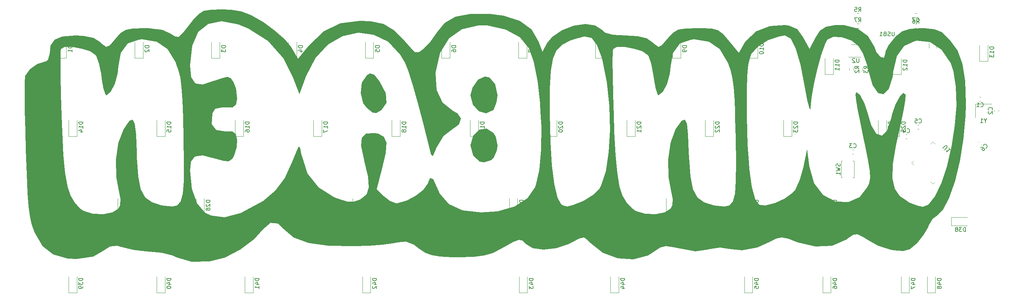
<source format=gbr>
G04 #@! TF.GenerationSoftware,KiCad,Pcbnew,(6.0.10-0)*
G04 #@! TF.CreationDate,2023-10-07T14:40:08-04:00*
G04 #@! TF.ProjectId,minibaen r2,6d696e69-6261-4656-9e20-72322e6b6963,rev?*
G04 #@! TF.SameCoordinates,Original*
G04 #@! TF.FileFunction,Legend,Bot*
G04 #@! TF.FilePolarity,Positive*
%FSLAX46Y46*%
G04 Gerber Fmt 4.6, Leading zero omitted, Abs format (unit mm)*
G04 Created by KiCad (PCBNEW (6.0.10-0)) date 2023-10-07 14:40:08*
%MOMM*%
%LPD*%
G01*
G04 APERTURE LIST*
%ADD10C,0.150000*%
%ADD11C,0.120000*%
G04 APERTURE END LIST*
D10*
X90558630Y-62285714D02*
X89558630Y-62285714D01*
X89558630Y-62523809D01*
X89606250Y-62666666D01*
X89701488Y-62761904D01*
X89796726Y-62809523D01*
X89987202Y-62857142D01*
X90130059Y-62857142D01*
X90320535Y-62809523D01*
X90415773Y-62761904D01*
X90511011Y-62666666D01*
X90558630Y-62523809D01*
X90558630Y-62285714D01*
X90558630Y-63809523D02*
X90558630Y-63238095D01*
X90558630Y-63523809D02*
X89558630Y-63523809D01*
X89701488Y-63428571D01*
X89796726Y-63333333D01*
X89844345Y-63238095D01*
X89558630Y-64666666D02*
X89558630Y-64476190D01*
X89606250Y-64380952D01*
X89653869Y-64333333D01*
X89796726Y-64238095D01*
X89987202Y-64190476D01*
X90368154Y-64190476D01*
X90463392Y-64238095D01*
X90511011Y-64285714D01*
X90558630Y-64380952D01*
X90558630Y-64571428D01*
X90511011Y-64666666D01*
X90463392Y-64714285D01*
X90368154Y-64761904D01*
X90130059Y-64761904D01*
X90034821Y-64714285D01*
X89987202Y-64666666D01*
X89939583Y-64571428D01*
X89939583Y-64380952D01*
X89987202Y-64285714D01*
X90034821Y-64238095D01*
X90130059Y-64190476D01*
X81033630Y-81335714D02*
X80033630Y-81335714D01*
X80033630Y-81573809D01*
X80081250Y-81716666D01*
X80176488Y-81811904D01*
X80271726Y-81859523D01*
X80462202Y-81907142D01*
X80605059Y-81907142D01*
X80795535Y-81859523D01*
X80890773Y-81811904D01*
X80986011Y-81716666D01*
X81033630Y-81573809D01*
X81033630Y-81335714D01*
X80128869Y-82288095D02*
X80081250Y-82335714D01*
X80033630Y-82430952D01*
X80033630Y-82669047D01*
X80081250Y-82764285D01*
X80128869Y-82811904D01*
X80224107Y-82859523D01*
X80319345Y-82859523D01*
X80462202Y-82811904D01*
X81033630Y-82240476D01*
X81033630Y-82859523D01*
X80462202Y-83430952D02*
X80414583Y-83335714D01*
X80366964Y-83288095D01*
X80271726Y-83240476D01*
X80224107Y-83240476D01*
X80128869Y-83288095D01*
X80081250Y-83335714D01*
X80033630Y-83430952D01*
X80033630Y-83621428D01*
X80081250Y-83716666D01*
X80128869Y-83764285D01*
X80224107Y-83811904D01*
X80271726Y-83811904D01*
X80366964Y-83764285D01*
X80414583Y-83716666D01*
X80462202Y-83621428D01*
X80462202Y-83430952D01*
X80509821Y-83335714D01*
X80557440Y-83288095D01*
X80652678Y-83240476D01*
X80843154Y-83240476D01*
X80938392Y-83288095D01*
X80986011Y-83335714D01*
X81033630Y-83430952D01*
X81033630Y-83621428D01*
X80986011Y-83716666D01*
X80938392Y-83764285D01*
X80843154Y-83811904D01*
X80652678Y-83811904D01*
X80557440Y-83764285D01*
X80509821Y-83716666D01*
X80462202Y-83621428D01*
X185808630Y-62282032D02*
X184808630Y-62282032D01*
X184808630Y-62520127D01*
X184856250Y-62662984D01*
X184951488Y-62758222D01*
X185046726Y-62805841D01*
X185237202Y-62853460D01*
X185380059Y-62853460D01*
X185570535Y-62805841D01*
X185665773Y-62758222D01*
X185761011Y-62662984D01*
X185808630Y-62520127D01*
X185808630Y-62282032D01*
X184903869Y-63234413D02*
X184856250Y-63282032D01*
X184808630Y-63377270D01*
X184808630Y-63615365D01*
X184856250Y-63710603D01*
X184903869Y-63758222D01*
X184999107Y-63805841D01*
X185094345Y-63805841D01*
X185237202Y-63758222D01*
X185808630Y-63186794D01*
X185808630Y-63805841D01*
X185808630Y-64758222D02*
X185808630Y-64186794D01*
X185808630Y-64472508D02*
X184808630Y-64472508D01*
X184951488Y-64377270D01*
X185046726Y-64282032D01*
X185094345Y-64186794D01*
X159500130Y-43709422D02*
X158500130Y-43709422D01*
X158500130Y-43947518D01*
X158547750Y-44090375D01*
X158642988Y-44185613D01*
X158738226Y-44233232D01*
X158928702Y-44280851D01*
X159071559Y-44280851D01*
X159262035Y-44233232D01*
X159357273Y-44185613D01*
X159452511Y-44090375D01*
X159500130Y-43947518D01*
X159500130Y-43709422D01*
X158500130Y-44614184D02*
X158500130Y-45280851D01*
X159500130Y-44852279D01*
X271183392Y-59364583D02*
X271231011Y-59316964D01*
X271278630Y-59174107D01*
X271278630Y-59078869D01*
X271231011Y-58936011D01*
X271135773Y-58840773D01*
X271040535Y-58793154D01*
X270850059Y-58745535D01*
X270707202Y-58745535D01*
X270516726Y-58793154D01*
X270421488Y-58840773D01*
X270326250Y-58936011D01*
X270278630Y-59078869D01*
X270278630Y-59174107D01*
X270326250Y-59316964D01*
X270373869Y-59364583D01*
X270373869Y-59745535D02*
X270326250Y-59793154D01*
X270278630Y-59888392D01*
X270278630Y-60126488D01*
X270326250Y-60221726D01*
X270373869Y-60269345D01*
X270469107Y-60316964D01*
X270564345Y-60316964D01*
X270707202Y-60269345D01*
X271278630Y-59697916D01*
X271278630Y-60316964D01*
X61983630Y-81330832D02*
X60983630Y-81330832D01*
X60983630Y-81568927D01*
X61031250Y-81711784D01*
X61126488Y-81807022D01*
X61221726Y-81854641D01*
X61412202Y-81902260D01*
X61555059Y-81902260D01*
X61745535Y-81854641D01*
X61840773Y-81807022D01*
X61936011Y-81711784D01*
X61983630Y-81568927D01*
X61983630Y-81330832D01*
X61078869Y-82283213D02*
X61031250Y-82330832D01*
X60983630Y-82426070D01*
X60983630Y-82664165D01*
X61031250Y-82759403D01*
X61078869Y-82807022D01*
X61174107Y-82854641D01*
X61269345Y-82854641D01*
X61412202Y-82807022D01*
X61983630Y-82235594D01*
X61983630Y-82854641D01*
X60983630Y-83187975D02*
X60983630Y-83854641D01*
X61983630Y-83426070D01*
X50077380Y-100379632D02*
X49077380Y-100379632D01*
X49077380Y-100617727D01*
X49125000Y-100760584D01*
X49220238Y-100855822D01*
X49315476Y-100903441D01*
X49505952Y-100951060D01*
X49648809Y-100951060D01*
X49839285Y-100903441D01*
X49934523Y-100855822D01*
X50029761Y-100760584D01*
X50077380Y-100617727D01*
X50077380Y-100379632D01*
X49077380Y-101284394D02*
X49077380Y-101903441D01*
X49458333Y-101570108D01*
X49458333Y-101712965D01*
X49505952Y-101808203D01*
X49553571Y-101855822D01*
X49648809Y-101903441D01*
X49886904Y-101903441D01*
X49982142Y-101855822D01*
X50029761Y-101808203D01*
X50077380Y-101712965D01*
X50077380Y-101427251D01*
X50029761Y-101332013D01*
X49982142Y-101284394D01*
X50077380Y-102379632D02*
X50077380Y-102570108D01*
X50029761Y-102665346D01*
X49982142Y-102712965D01*
X49839285Y-102808203D01*
X49648809Y-102855822D01*
X49267857Y-102855822D01*
X49172619Y-102808203D01*
X49125000Y-102760584D01*
X49077380Y-102665346D01*
X49077380Y-102474870D01*
X49125000Y-102379632D01*
X49172619Y-102332013D01*
X49267857Y-102284394D01*
X49505952Y-102284394D01*
X49601190Y-102332013D01*
X49648809Y-102379632D01*
X49696428Y-102474870D01*
X49696428Y-102665346D01*
X49648809Y-102760584D01*
X49601190Y-102808203D01*
X49505952Y-102855822D01*
X50077380Y-62285714D02*
X49077380Y-62285714D01*
X49077380Y-62523809D01*
X49125000Y-62666666D01*
X49220238Y-62761904D01*
X49315476Y-62809523D01*
X49505952Y-62857142D01*
X49648809Y-62857142D01*
X49839285Y-62809523D01*
X49934523Y-62761904D01*
X50029761Y-62666666D01*
X50077380Y-62523809D01*
X50077380Y-62285714D01*
X50077380Y-63809523D02*
X50077380Y-63238095D01*
X50077380Y-63523809D02*
X49077380Y-63523809D01*
X49220238Y-63428571D01*
X49315476Y-63333333D01*
X49363095Y-63238095D01*
X49410714Y-64666666D02*
X50077380Y-64666666D01*
X49029761Y-64428571D02*
X49744047Y-64190476D01*
X49744047Y-64809523D01*
X238829654Y-46788598D02*
X238829654Y-47598122D01*
X238782035Y-47693360D01*
X238734416Y-47740979D01*
X238639178Y-47788598D01*
X238448702Y-47788598D01*
X238353464Y-47740979D01*
X238305845Y-47693360D01*
X238258226Y-47598122D01*
X238258226Y-46788598D01*
X237829654Y-46883837D02*
X237782035Y-46836218D01*
X237686797Y-46788598D01*
X237448702Y-46788598D01*
X237353464Y-46836218D01*
X237305845Y-46883837D01*
X237258226Y-46979075D01*
X237258226Y-47074313D01*
X237305845Y-47217170D01*
X237877273Y-47788598D01*
X237258226Y-47788598D01*
X264739285Y-88971130D02*
X264739285Y-87971130D01*
X264501190Y-87971130D01*
X264358333Y-88018750D01*
X264263095Y-88113988D01*
X264215476Y-88209226D01*
X264167857Y-88399702D01*
X264167857Y-88542559D01*
X264215476Y-88733035D01*
X264263095Y-88828273D01*
X264358333Y-88923511D01*
X264501190Y-88971130D01*
X264739285Y-88971130D01*
X263834523Y-87971130D02*
X263215476Y-87971130D01*
X263548809Y-88352083D01*
X263405952Y-88352083D01*
X263310714Y-88399702D01*
X263263095Y-88447321D01*
X263215476Y-88542559D01*
X263215476Y-88780654D01*
X263263095Y-88875892D01*
X263310714Y-88923511D01*
X263405952Y-88971130D01*
X263691666Y-88971130D01*
X263786904Y-88923511D01*
X263834523Y-88875892D01*
X262644047Y-88399702D02*
X262739285Y-88352083D01*
X262786904Y-88304464D01*
X262834523Y-88209226D01*
X262834523Y-88161607D01*
X262786904Y-88066369D01*
X262739285Y-88018750D01*
X262644047Y-87971130D01*
X262453571Y-87971130D01*
X262358333Y-88018750D01*
X262310714Y-88066369D01*
X262263095Y-88161607D01*
X262263095Y-88209226D01*
X262310714Y-88304464D01*
X262358333Y-88352083D01*
X262453571Y-88399702D01*
X262644047Y-88399702D01*
X262739285Y-88447321D01*
X262786904Y-88494940D01*
X262834523Y-88590178D01*
X262834523Y-88780654D01*
X262786904Y-88875892D01*
X262739285Y-88923511D01*
X262644047Y-88971130D01*
X262453571Y-88971130D01*
X262358333Y-88923511D01*
X262310714Y-88875892D01*
X262263095Y-88780654D01*
X262263095Y-88590178D01*
X262310714Y-88494940D01*
X262358333Y-88447321D01*
X262453571Y-88399702D01*
X238714416Y-37916130D02*
X239047750Y-37439940D01*
X239285845Y-37916130D02*
X239285845Y-36916130D01*
X238904892Y-36916130D01*
X238809654Y-36963750D01*
X238762035Y-37011369D01*
X238714416Y-37106607D01*
X238714416Y-37249464D01*
X238762035Y-37344702D01*
X238809654Y-37392321D01*
X238904892Y-37439940D01*
X239285845Y-37439940D01*
X238381083Y-36916130D02*
X237714416Y-36916130D01*
X238142988Y-37916130D01*
X214383630Y-100385714D02*
X213383630Y-100385714D01*
X213383630Y-100623809D01*
X213431250Y-100766666D01*
X213526488Y-100861904D01*
X213621726Y-100909523D01*
X213812202Y-100957142D01*
X213955059Y-100957142D01*
X214145535Y-100909523D01*
X214240773Y-100861904D01*
X214336011Y-100766666D01*
X214383630Y-100623809D01*
X214383630Y-100385714D01*
X213716964Y-101814285D02*
X214383630Y-101814285D01*
X213336011Y-101576190D02*
X214050297Y-101338095D01*
X214050297Y-101957142D01*
X213383630Y-102814285D02*
X213383630Y-102338095D01*
X213859821Y-102290476D01*
X213812202Y-102338095D01*
X213764583Y-102433333D01*
X213764583Y-102671428D01*
X213812202Y-102766666D01*
X213859821Y-102814285D01*
X213955059Y-102861904D01*
X214193154Y-102861904D01*
X214288392Y-102814285D01*
X214336011Y-102766666D01*
X214383630Y-102671428D01*
X214383630Y-102433333D01*
X214336011Y-102338095D01*
X214288392Y-102290476D01*
X259026130Y-82383333D02*
X258549940Y-82050000D01*
X259026130Y-81811904D02*
X258026130Y-81811904D01*
X258026130Y-82192857D01*
X258073750Y-82288095D01*
X258121369Y-82335714D01*
X258216607Y-82383333D01*
X258359464Y-82383333D01*
X258454702Y-82335714D01*
X258502321Y-82288095D01*
X258549940Y-82192857D01*
X258549940Y-81811904D01*
X258359464Y-83240476D02*
X259026130Y-83240476D01*
X257978511Y-83002380D02*
X258692797Y-82764285D01*
X258692797Y-83383333D01*
X253372916Y-62427142D02*
X253420535Y-62474761D01*
X253563392Y-62522380D01*
X253658630Y-62522380D01*
X253801488Y-62474761D01*
X253896726Y-62379523D01*
X253944345Y-62284285D01*
X253991964Y-62093809D01*
X253991964Y-61950952D01*
X253944345Y-61760476D01*
X253896726Y-61665238D01*
X253801488Y-61570000D01*
X253658630Y-61522380D01*
X253563392Y-61522380D01*
X253420535Y-61570000D01*
X253372916Y-61617619D01*
X252468154Y-61522380D02*
X252944345Y-61522380D01*
X252991964Y-61998571D01*
X252944345Y-61950952D01*
X252849107Y-61903333D01*
X252611011Y-61903333D01*
X252515773Y-61950952D01*
X252468154Y-61998571D01*
X252420535Y-62093809D01*
X252420535Y-62331904D01*
X252468154Y-62427142D01*
X252515773Y-62474761D01*
X252611011Y-62522380D01*
X252849107Y-62522380D01*
X252944345Y-62474761D01*
X252991964Y-62427142D01*
X214383630Y-81330832D02*
X213383630Y-81330832D01*
X213383630Y-81568927D01*
X213431250Y-81711784D01*
X213526488Y-81807022D01*
X213621726Y-81854641D01*
X213812202Y-81902260D01*
X213955059Y-81902260D01*
X214145535Y-81854641D01*
X214240773Y-81807022D01*
X214336011Y-81711784D01*
X214383630Y-81568927D01*
X214383630Y-81330832D01*
X213383630Y-82235594D02*
X213383630Y-82854641D01*
X213764583Y-82521308D01*
X213764583Y-82664165D01*
X213812202Y-82759403D01*
X213859821Y-82807022D01*
X213955059Y-82854641D01*
X214193154Y-82854641D01*
X214288392Y-82807022D01*
X214336011Y-82759403D01*
X214383630Y-82664165D01*
X214383630Y-82378451D01*
X214336011Y-82283213D01*
X214288392Y-82235594D01*
X213383630Y-83759403D02*
X213383630Y-83283213D01*
X213859821Y-83235594D01*
X213812202Y-83283213D01*
X213764583Y-83378451D01*
X213764583Y-83616546D01*
X213812202Y-83711784D01*
X213859821Y-83759403D01*
X213955059Y-83807022D01*
X214193154Y-83807022D01*
X214288392Y-83759403D01*
X214336011Y-83711784D01*
X214383630Y-83616546D01*
X214383630Y-83378451D01*
X214336011Y-83283213D01*
X214288392Y-83235594D01*
X204858630Y-62282032D02*
X203858630Y-62282032D01*
X203858630Y-62520127D01*
X203906250Y-62662984D01*
X204001488Y-62758222D01*
X204096726Y-62805841D01*
X204287202Y-62853460D01*
X204430059Y-62853460D01*
X204620535Y-62805841D01*
X204715773Y-62758222D01*
X204811011Y-62662984D01*
X204858630Y-62520127D01*
X204858630Y-62282032D01*
X203953869Y-63234413D02*
X203906250Y-63282032D01*
X203858630Y-63377270D01*
X203858630Y-63615365D01*
X203906250Y-63710603D01*
X203953869Y-63758222D01*
X204049107Y-63805841D01*
X204144345Y-63805841D01*
X204287202Y-63758222D01*
X204858630Y-63186794D01*
X204858630Y-63805841D01*
X203953869Y-64186794D02*
X203906250Y-64234413D01*
X203858630Y-64329651D01*
X203858630Y-64567746D01*
X203906250Y-64662984D01*
X203953869Y-64710603D01*
X204049107Y-64758222D01*
X204144345Y-64758222D01*
X204287202Y-64710603D01*
X204858630Y-64139175D01*
X204858630Y-64758222D01*
X122200130Y-43709422D02*
X121200130Y-43709422D01*
X121200130Y-43947518D01*
X121247750Y-44090375D01*
X121342988Y-44185613D01*
X121438226Y-44233232D01*
X121628702Y-44280851D01*
X121771559Y-44280851D01*
X121962035Y-44233232D01*
X122057273Y-44185613D01*
X122152511Y-44090375D01*
X122200130Y-43947518D01*
X122200130Y-43709422D01*
X121200130Y-45185613D02*
X121200130Y-44709422D01*
X121676321Y-44661803D01*
X121628702Y-44709422D01*
X121581083Y-44804660D01*
X121581083Y-45042756D01*
X121628702Y-45137994D01*
X121676321Y-45185613D01*
X121771559Y-45233232D01*
X122009654Y-45233232D01*
X122104892Y-45185613D01*
X122152511Y-45137994D01*
X122200130Y-45042756D01*
X122200130Y-44804660D01*
X122152511Y-44709422D01*
X122104892Y-44661803D01*
X247403845Y-40336098D02*
X247403845Y-41145622D01*
X247356226Y-41240860D01*
X247308607Y-41288479D01*
X247213369Y-41336098D01*
X247022892Y-41336098D01*
X246927654Y-41288479D01*
X246880035Y-41240860D01*
X246832416Y-41145622D01*
X246832416Y-40336098D01*
X246403845Y-41288479D02*
X246260988Y-41336098D01*
X246022892Y-41336098D01*
X245927654Y-41288479D01*
X245880035Y-41240860D01*
X245832416Y-41145622D01*
X245832416Y-41050384D01*
X245880035Y-40955146D01*
X245927654Y-40907527D01*
X246022892Y-40859908D01*
X246213369Y-40812289D01*
X246308607Y-40764670D01*
X246356226Y-40717051D01*
X246403845Y-40621813D01*
X246403845Y-40526575D01*
X246356226Y-40431337D01*
X246308607Y-40383718D01*
X246213369Y-40336098D01*
X245975273Y-40336098D01*
X245832416Y-40383718D01*
X245070511Y-40812289D02*
X244927654Y-40859908D01*
X244880035Y-40907527D01*
X244832416Y-41002765D01*
X244832416Y-41145622D01*
X244880035Y-41240860D01*
X244927654Y-41288479D01*
X245022892Y-41336098D01*
X245403845Y-41336098D01*
X245403845Y-40336098D01*
X245070511Y-40336098D01*
X244975273Y-40383718D01*
X244927654Y-40431337D01*
X244880035Y-40526575D01*
X244880035Y-40621813D01*
X244927654Y-40717051D01*
X244975273Y-40764670D01*
X245070511Y-40812289D01*
X245403845Y-40812289D01*
X243880035Y-41336098D02*
X244451464Y-41336098D01*
X244165750Y-41336098D02*
X244165750Y-40336098D01*
X244260988Y-40478956D01*
X244356226Y-40574194D01*
X244451464Y-40621813D01*
X140800130Y-43709422D02*
X139800130Y-43709422D01*
X139800130Y-43947518D01*
X139847750Y-44090375D01*
X139942988Y-44185613D01*
X140038226Y-44233232D01*
X140228702Y-44280851D01*
X140371559Y-44280851D01*
X140562035Y-44233232D01*
X140657273Y-44185613D01*
X140752511Y-44090375D01*
X140800130Y-43947518D01*
X140800130Y-43709422D01*
X139800130Y-45137994D02*
X139800130Y-44947518D01*
X139847750Y-44852279D01*
X139895369Y-44804660D01*
X140038226Y-44709422D01*
X140228702Y-44661803D01*
X140609654Y-44661803D01*
X140704892Y-44709422D01*
X140752511Y-44757041D01*
X140800130Y-44852279D01*
X140800130Y-45042756D01*
X140752511Y-45137994D01*
X140704892Y-45185613D01*
X140609654Y-45233232D01*
X140371559Y-45233232D01*
X140276321Y-45185613D01*
X140228702Y-45137994D01*
X140181083Y-45042756D01*
X140181083Y-44852279D01*
X140228702Y-44757041D01*
X140276321Y-44709422D01*
X140371559Y-44661803D01*
X128658630Y-62282032D02*
X127658630Y-62282032D01*
X127658630Y-62520127D01*
X127706250Y-62662984D01*
X127801488Y-62758222D01*
X127896726Y-62805841D01*
X128087202Y-62853460D01*
X128230059Y-62853460D01*
X128420535Y-62805841D01*
X128515773Y-62758222D01*
X128611011Y-62662984D01*
X128658630Y-62520127D01*
X128658630Y-62282032D01*
X128658630Y-63805841D02*
X128658630Y-63234413D01*
X128658630Y-63520127D02*
X127658630Y-63520127D01*
X127801488Y-63424889D01*
X127896726Y-63329651D01*
X127944345Y-63234413D01*
X128087202Y-64377270D02*
X128039583Y-64282032D01*
X127991964Y-64234413D01*
X127896726Y-64186794D01*
X127849107Y-64186794D01*
X127753869Y-64234413D01*
X127706250Y-64282032D01*
X127658630Y-64377270D01*
X127658630Y-64567746D01*
X127706250Y-64662984D01*
X127753869Y-64710603D01*
X127849107Y-64758222D01*
X127896726Y-64758222D01*
X127991964Y-64710603D01*
X128039583Y-64662984D01*
X128087202Y-64567746D01*
X128087202Y-64377270D01*
X128134821Y-64282032D01*
X128182440Y-64234413D01*
X128277678Y-64186794D01*
X128468154Y-64186794D01*
X128563392Y-64234413D01*
X128611011Y-64282032D01*
X128658630Y-64377270D01*
X128658630Y-64567746D01*
X128611011Y-64662984D01*
X128563392Y-64710603D01*
X128468154Y-64758222D01*
X128277678Y-64758222D01*
X128182440Y-64710603D01*
X128134821Y-64662984D01*
X128087202Y-64567746D01*
X215600130Y-43233232D02*
X214600130Y-43233232D01*
X214600130Y-43471327D01*
X214647750Y-43614184D01*
X214742988Y-43709422D01*
X214838226Y-43757041D01*
X215028702Y-43804660D01*
X215171559Y-43804660D01*
X215362035Y-43757041D01*
X215457273Y-43709422D01*
X215552511Y-43614184D01*
X215600130Y-43471327D01*
X215600130Y-43233232D01*
X215600130Y-44757041D02*
X215600130Y-44185613D01*
X215600130Y-44471327D02*
X214600130Y-44471327D01*
X214742988Y-44376089D01*
X214838226Y-44280851D01*
X214885845Y-44185613D01*
X214600130Y-45376089D02*
X214600130Y-45471327D01*
X214647750Y-45566565D01*
X214695369Y-45614184D01*
X214790607Y-45661803D01*
X214981083Y-45709422D01*
X215219178Y-45709422D01*
X215409654Y-45661803D01*
X215504892Y-45614184D01*
X215552511Y-45566565D01*
X215600130Y-45471327D01*
X215600130Y-45376089D01*
X215552511Y-45280851D01*
X215504892Y-45233232D01*
X215409654Y-45185613D01*
X215219178Y-45137994D01*
X214981083Y-45137994D01*
X214790607Y-45185613D01*
X214695369Y-45233232D01*
X214647750Y-45280851D01*
X214600130Y-45376089D01*
X269557440Y-61957440D02*
X269557440Y-62433630D01*
X269890773Y-61433630D02*
X269557440Y-61957440D01*
X269224107Y-61433630D01*
X268366964Y-62433630D02*
X268938392Y-62433630D01*
X268652678Y-62433630D02*
X268652678Y-61433630D01*
X268747916Y-61576488D01*
X268843154Y-61671726D01*
X268938392Y-61719345D01*
X84800130Y-43709422D02*
X83800130Y-43709422D01*
X83800130Y-43947518D01*
X83847750Y-44090375D01*
X83942988Y-44185613D01*
X84038226Y-44233232D01*
X84228702Y-44280851D01*
X84371559Y-44280851D01*
X84562035Y-44233232D01*
X84657273Y-44185613D01*
X84752511Y-44090375D01*
X84800130Y-43947518D01*
X84800130Y-43709422D01*
X83800130Y-44614184D02*
X83800130Y-45233232D01*
X84181083Y-44899898D01*
X84181083Y-45042756D01*
X84228702Y-45137994D01*
X84276321Y-45185613D01*
X84371559Y-45233232D01*
X84609654Y-45233232D01*
X84704892Y-45185613D01*
X84752511Y-45137994D01*
X84800130Y-45042756D01*
X84800130Y-44757041D01*
X84752511Y-44661803D01*
X84704892Y-44614184D01*
X100083630Y-81335714D02*
X99083630Y-81335714D01*
X99083630Y-81573809D01*
X99131250Y-81716666D01*
X99226488Y-81811904D01*
X99321726Y-81859523D01*
X99512202Y-81907142D01*
X99655059Y-81907142D01*
X99845535Y-81859523D01*
X99940773Y-81811904D01*
X100036011Y-81716666D01*
X100083630Y-81573809D01*
X100083630Y-81335714D01*
X99178869Y-82288095D02*
X99131250Y-82335714D01*
X99083630Y-82430952D01*
X99083630Y-82669047D01*
X99131250Y-82764285D01*
X99178869Y-82811904D01*
X99274107Y-82859523D01*
X99369345Y-82859523D01*
X99512202Y-82811904D01*
X100083630Y-82240476D01*
X100083630Y-82859523D01*
X100083630Y-83335714D02*
X100083630Y-83526190D01*
X100036011Y-83621428D01*
X99988392Y-83669047D01*
X99845535Y-83764285D01*
X99655059Y-83811904D01*
X99274107Y-83811904D01*
X99178869Y-83764285D01*
X99131250Y-83716666D01*
X99083630Y-83621428D01*
X99083630Y-83430952D01*
X99131250Y-83335714D01*
X99178869Y-83288095D01*
X99274107Y-83240476D01*
X99512202Y-83240476D01*
X99607440Y-83288095D01*
X99655059Y-83335714D01*
X99702678Y-83430952D01*
X99702678Y-83621428D01*
X99655059Y-83716666D01*
X99607440Y-83764285D01*
X99512202Y-83811904D01*
X241030130Y-49289551D02*
X240553940Y-48956218D01*
X241030130Y-48718122D02*
X240030130Y-48718122D01*
X240030130Y-49099075D01*
X240077750Y-49194313D01*
X240125369Y-49241932D01*
X240220607Y-49289551D01*
X240363464Y-49289551D01*
X240458702Y-49241932D01*
X240506321Y-49194313D01*
X240553940Y-49099075D01*
X240553940Y-48718122D01*
X240030130Y-49622884D02*
X240030130Y-50241932D01*
X240411083Y-49908598D01*
X240411083Y-50051456D01*
X240458702Y-50146694D01*
X240506321Y-50194313D01*
X240601559Y-50241932D01*
X240839654Y-50241932D01*
X240934892Y-50194313D01*
X240982511Y-50146694D01*
X241030130Y-50051456D01*
X241030130Y-49765741D01*
X240982511Y-49670503D01*
X240934892Y-49622884D01*
X246927380Y-62282032D02*
X245927380Y-62282032D01*
X245927380Y-62520127D01*
X245975000Y-62662984D01*
X246070238Y-62758222D01*
X246165476Y-62805841D01*
X246355952Y-62853460D01*
X246498809Y-62853460D01*
X246689285Y-62805841D01*
X246784523Y-62758222D01*
X246879761Y-62662984D01*
X246927380Y-62520127D01*
X246927380Y-62282032D01*
X246022619Y-63234413D02*
X245975000Y-63282032D01*
X245927380Y-63377270D01*
X245927380Y-63615365D01*
X245975000Y-63710603D01*
X246022619Y-63758222D01*
X246117857Y-63805841D01*
X246213095Y-63805841D01*
X246355952Y-63758222D01*
X246927380Y-63186794D01*
X246927380Y-63805841D01*
X246260714Y-64662984D02*
X246927380Y-64662984D01*
X245879761Y-64424889D02*
X246594047Y-64186794D01*
X246594047Y-64805841D01*
X66200130Y-43709422D02*
X65200130Y-43709422D01*
X65200130Y-43947518D01*
X65247750Y-44090375D01*
X65342988Y-44185613D01*
X65438226Y-44233232D01*
X65628702Y-44280851D01*
X65771559Y-44280851D01*
X65962035Y-44233232D01*
X66057273Y-44185613D01*
X66152511Y-44090375D01*
X66200130Y-43947518D01*
X66200130Y-43709422D01*
X65295369Y-44661803D02*
X65247750Y-44709422D01*
X65200130Y-44804660D01*
X65200130Y-45042756D01*
X65247750Y-45137994D01*
X65295369Y-45185613D01*
X65390607Y-45233232D01*
X65485845Y-45233232D01*
X65628702Y-45185613D01*
X66200130Y-44614184D01*
X66200130Y-45233232D01*
X119133630Y-81330832D02*
X118133630Y-81330832D01*
X118133630Y-81568927D01*
X118181250Y-81711784D01*
X118276488Y-81807022D01*
X118371726Y-81854641D01*
X118562202Y-81902260D01*
X118705059Y-81902260D01*
X118895535Y-81854641D01*
X118990773Y-81807022D01*
X119086011Y-81711784D01*
X119133630Y-81568927D01*
X119133630Y-81330832D01*
X118133630Y-82235594D02*
X118133630Y-82854641D01*
X118514583Y-82521308D01*
X118514583Y-82664165D01*
X118562202Y-82759403D01*
X118609821Y-82807022D01*
X118705059Y-82854641D01*
X118943154Y-82854641D01*
X119038392Y-82807022D01*
X119086011Y-82759403D01*
X119133630Y-82664165D01*
X119133630Y-82378451D01*
X119086011Y-82283213D01*
X119038392Y-82235594D01*
X118133630Y-83473689D02*
X118133630Y-83568927D01*
X118181250Y-83664165D01*
X118228869Y-83711784D01*
X118324107Y-83759403D01*
X118514583Y-83807022D01*
X118752678Y-83807022D01*
X118943154Y-83759403D01*
X119038392Y-83711784D01*
X119086011Y-83664165D01*
X119133630Y-83568927D01*
X119133630Y-83473689D01*
X119086011Y-83378451D01*
X119038392Y-83330832D01*
X118943154Y-83283213D01*
X118752678Y-83235594D01*
X118514583Y-83235594D01*
X118324107Y-83283213D01*
X118228869Y-83330832D01*
X118181250Y-83378451D01*
X118133630Y-83473689D01*
X259230031Y-68671440D02*
X259802451Y-68099020D01*
X259903466Y-68065348D01*
X259970810Y-68065348D01*
X260071825Y-68099020D01*
X260206512Y-68233707D01*
X260240184Y-68334722D01*
X260240184Y-68402066D01*
X260206512Y-68503081D01*
X259634092Y-69075501D01*
X261048306Y-69075501D02*
X260644245Y-68671440D01*
X260846275Y-68873470D02*
X260139169Y-69580577D01*
X260172840Y-69412218D01*
X260172840Y-69277531D01*
X260139169Y-69176516D01*
X196900130Y-43709422D02*
X195900130Y-43709422D01*
X195900130Y-43947518D01*
X195947750Y-44090375D01*
X196042988Y-44185613D01*
X196138226Y-44233232D01*
X196328702Y-44280851D01*
X196471559Y-44280851D01*
X196662035Y-44233232D01*
X196757273Y-44185613D01*
X196852511Y-44090375D01*
X196900130Y-43947518D01*
X196900130Y-43709422D01*
X196900130Y-44757041D02*
X196900130Y-44947518D01*
X196852511Y-45042756D01*
X196804892Y-45090375D01*
X196662035Y-45185613D01*
X196471559Y-45233232D01*
X196090607Y-45233232D01*
X195995369Y-45185613D01*
X195947750Y-45137994D01*
X195900130Y-45042756D01*
X195900130Y-44852279D01*
X195947750Y-44757041D01*
X195995369Y-44709422D01*
X196090607Y-44661803D01*
X196328702Y-44661803D01*
X196423940Y-44709422D01*
X196471559Y-44757041D01*
X196519178Y-44852279D01*
X196519178Y-45042756D01*
X196471559Y-45137994D01*
X196423940Y-45185613D01*
X196328702Y-45233232D01*
X237497916Y-68483360D02*
X237545535Y-68530979D01*
X237688392Y-68578598D01*
X237783630Y-68578598D01*
X237926488Y-68530979D01*
X238021726Y-68435741D01*
X238069345Y-68340503D01*
X238116964Y-68150027D01*
X238116964Y-68007170D01*
X238069345Y-67816694D01*
X238021726Y-67721456D01*
X237926488Y-67626218D01*
X237783630Y-67578598D01*
X237688392Y-67578598D01*
X237545535Y-67626218D01*
X237497916Y-67673837D01*
X237164583Y-67578598D02*
X236545535Y-67578598D01*
X236878869Y-67959551D01*
X236736011Y-67959551D01*
X236640773Y-68007170D01*
X236593154Y-68054789D01*
X236545535Y-68150027D01*
X236545535Y-68388122D01*
X236593154Y-68483360D01*
X236640773Y-68530979D01*
X236736011Y-68578598D01*
X237021726Y-68578598D01*
X237116964Y-68530979D01*
X237164583Y-68483360D01*
X121514880Y-100385714D02*
X120514880Y-100385714D01*
X120514880Y-100623809D01*
X120562500Y-100766666D01*
X120657738Y-100861904D01*
X120752976Y-100909523D01*
X120943452Y-100957142D01*
X121086309Y-100957142D01*
X121276785Y-100909523D01*
X121372023Y-100861904D01*
X121467261Y-100766666D01*
X121514880Y-100623809D01*
X121514880Y-100385714D01*
X120848214Y-101814285D02*
X121514880Y-101814285D01*
X120467261Y-101576190D02*
X121181547Y-101338095D01*
X121181547Y-101957142D01*
X120610119Y-102290476D02*
X120562500Y-102338095D01*
X120514880Y-102433333D01*
X120514880Y-102671428D01*
X120562500Y-102766666D01*
X120610119Y-102814285D01*
X120705357Y-102861904D01*
X120800595Y-102861904D01*
X120943452Y-102814285D01*
X121514880Y-102242857D01*
X121514880Y-102861904D01*
X223908630Y-62282032D02*
X222908630Y-62282032D01*
X222908630Y-62520127D01*
X222956250Y-62662984D01*
X223051488Y-62758222D01*
X223146726Y-62805841D01*
X223337202Y-62853460D01*
X223480059Y-62853460D01*
X223670535Y-62805841D01*
X223765773Y-62758222D01*
X223861011Y-62662984D01*
X223908630Y-62520127D01*
X223908630Y-62282032D01*
X223003869Y-63234413D02*
X222956250Y-63282032D01*
X222908630Y-63377270D01*
X222908630Y-63615365D01*
X222956250Y-63710603D01*
X223003869Y-63758222D01*
X223099107Y-63805841D01*
X223194345Y-63805841D01*
X223337202Y-63758222D01*
X223908630Y-63186794D01*
X223908630Y-63805841D01*
X222908630Y-64139175D02*
X222908630Y-64758222D01*
X223289583Y-64424889D01*
X223289583Y-64567746D01*
X223337202Y-64662984D01*
X223384821Y-64710603D01*
X223480059Y-64758222D01*
X223718154Y-64758222D01*
X223813392Y-64710603D01*
X223861011Y-64662984D01*
X223908630Y-64567746D01*
X223908630Y-64282032D01*
X223861011Y-64186794D01*
X223813392Y-64139175D01*
X238830130Y-49289551D02*
X238353940Y-48956218D01*
X238830130Y-48718122D02*
X237830130Y-48718122D01*
X237830130Y-49099075D01*
X237877750Y-49194313D01*
X237925369Y-49241932D01*
X238020607Y-49289551D01*
X238163464Y-49289551D01*
X238258702Y-49241932D01*
X238306321Y-49194313D01*
X238353940Y-49099075D01*
X238353940Y-48718122D01*
X237925369Y-49670503D02*
X237877750Y-49718122D01*
X237830130Y-49813360D01*
X237830130Y-50051456D01*
X237877750Y-50146694D01*
X237925369Y-50194313D01*
X238020607Y-50241932D01*
X238115845Y-50241932D01*
X238258702Y-50194313D01*
X238830130Y-49622884D01*
X238830130Y-50241932D01*
X71508630Y-62285714D02*
X70508630Y-62285714D01*
X70508630Y-62523809D01*
X70556250Y-62666666D01*
X70651488Y-62761904D01*
X70746726Y-62809523D01*
X70937202Y-62857142D01*
X71080059Y-62857142D01*
X71270535Y-62809523D01*
X71365773Y-62761904D01*
X71461011Y-62666666D01*
X71508630Y-62523809D01*
X71508630Y-62285714D01*
X71508630Y-63809523D02*
X71508630Y-63238095D01*
X71508630Y-63523809D02*
X70508630Y-63523809D01*
X70651488Y-63428571D01*
X70746726Y-63333333D01*
X70794345Y-63238095D01*
X70508630Y-64714285D02*
X70508630Y-64238095D01*
X70984821Y-64190476D01*
X70937202Y-64238095D01*
X70889583Y-64333333D01*
X70889583Y-64571428D01*
X70937202Y-64666666D01*
X70984821Y-64714285D01*
X71080059Y-64761904D01*
X71318154Y-64761904D01*
X71413392Y-64714285D01*
X71461011Y-64666666D01*
X71508630Y-64571428D01*
X71508630Y-64333333D01*
X71461011Y-64238095D01*
X71413392Y-64190476D01*
X195333630Y-81330832D02*
X194333630Y-81330832D01*
X194333630Y-81568927D01*
X194381250Y-81711784D01*
X194476488Y-81807022D01*
X194571726Y-81854641D01*
X194762202Y-81902260D01*
X194905059Y-81902260D01*
X195095535Y-81854641D01*
X195190773Y-81807022D01*
X195286011Y-81711784D01*
X195333630Y-81568927D01*
X195333630Y-81330832D01*
X194333630Y-82235594D02*
X194333630Y-82854641D01*
X194714583Y-82521308D01*
X194714583Y-82664165D01*
X194762202Y-82759403D01*
X194809821Y-82807022D01*
X194905059Y-82854641D01*
X195143154Y-82854641D01*
X195238392Y-82807022D01*
X195286011Y-82759403D01*
X195333630Y-82664165D01*
X195333630Y-82378451D01*
X195286011Y-82283213D01*
X195238392Y-82235594D01*
X194666964Y-83711784D02*
X195333630Y-83711784D01*
X194286011Y-83473689D02*
X195000297Y-83235594D01*
X195000297Y-83854641D01*
X234211011Y-72485416D02*
X234258630Y-72628273D01*
X234258630Y-72866369D01*
X234211011Y-72961607D01*
X234163392Y-73009226D01*
X234068154Y-73056845D01*
X233972916Y-73056845D01*
X233877678Y-73009226D01*
X233830059Y-72961607D01*
X233782440Y-72866369D01*
X233734821Y-72675892D01*
X233687202Y-72580654D01*
X233639583Y-72533035D01*
X233544345Y-72485416D01*
X233449107Y-72485416D01*
X233353869Y-72533035D01*
X233306250Y-72580654D01*
X233258630Y-72675892D01*
X233258630Y-72913988D01*
X233306250Y-73056845D01*
X233258630Y-73390178D02*
X234258630Y-73628273D01*
X233544345Y-73818750D01*
X234258630Y-74009226D01*
X233258630Y-74247321D01*
X234258630Y-75152083D02*
X234258630Y-74580654D01*
X234258630Y-74866369D02*
X233258630Y-74866369D01*
X233401488Y-74771130D01*
X233496726Y-74675892D01*
X233544345Y-74580654D01*
X166758630Y-62285714D02*
X165758630Y-62285714D01*
X165758630Y-62523809D01*
X165806250Y-62666666D01*
X165901488Y-62761904D01*
X165996726Y-62809523D01*
X166187202Y-62857142D01*
X166330059Y-62857142D01*
X166520535Y-62809523D01*
X166615773Y-62761904D01*
X166711011Y-62666666D01*
X166758630Y-62523809D01*
X166758630Y-62285714D01*
X165853869Y-63238095D02*
X165806250Y-63285714D01*
X165758630Y-63380952D01*
X165758630Y-63619047D01*
X165806250Y-63714285D01*
X165853869Y-63761904D01*
X165949107Y-63809523D01*
X166044345Y-63809523D01*
X166187202Y-63761904D01*
X166758630Y-63190476D01*
X166758630Y-63809523D01*
X165758630Y-64428571D02*
X165758630Y-64523809D01*
X165806250Y-64619047D01*
X165853869Y-64666666D01*
X165949107Y-64714285D01*
X166139583Y-64761904D01*
X166377678Y-64761904D01*
X166568154Y-64714285D01*
X166663392Y-64666666D01*
X166711011Y-64619047D01*
X166758630Y-64523809D01*
X166758630Y-64428571D01*
X166711011Y-64333333D01*
X166663392Y-64285714D01*
X166568154Y-64238095D01*
X166377678Y-64190476D01*
X166139583Y-64190476D01*
X165949107Y-64238095D01*
X165853869Y-64285714D01*
X165806250Y-64333333D01*
X165758630Y-64428571D01*
X258833630Y-100385714D02*
X257833630Y-100385714D01*
X257833630Y-100623809D01*
X257881250Y-100766666D01*
X257976488Y-100861904D01*
X258071726Y-100909523D01*
X258262202Y-100957142D01*
X258405059Y-100957142D01*
X258595535Y-100909523D01*
X258690773Y-100861904D01*
X258786011Y-100766666D01*
X258833630Y-100623809D01*
X258833630Y-100385714D01*
X258166964Y-101814285D02*
X258833630Y-101814285D01*
X257786011Y-101576190D02*
X258500297Y-101338095D01*
X258500297Y-101957142D01*
X258262202Y-102480952D02*
X258214583Y-102385714D01*
X258166964Y-102338095D01*
X258071726Y-102290476D01*
X258024107Y-102290476D01*
X257928869Y-102338095D01*
X257881250Y-102385714D01*
X257833630Y-102480952D01*
X257833630Y-102671428D01*
X257881250Y-102766666D01*
X257928869Y-102814285D01*
X258024107Y-102861904D01*
X258071726Y-102861904D01*
X258166964Y-102814285D01*
X258214583Y-102766666D01*
X258262202Y-102671428D01*
X258262202Y-102480952D01*
X258309821Y-102385714D01*
X258357440Y-102338095D01*
X258452678Y-102290476D01*
X258643154Y-102290476D01*
X258738392Y-102338095D01*
X258786011Y-102385714D01*
X258833630Y-102480952D01*
X258833630Y-102671428D01*
X258786011Y-102766666D01*
X258738392Y-102814285D01*
X258643154Y-102861904D01*
X258452678Y-102861904D01*
X258357440Y-102814285D01*
X258309821Y-102766666D01*
X258262202Y-102671428D01*
X159614880Y-100385714D02*
X158614880Y-100385714D01*
X158614880Y-100623809D01*
X158662500Y-100766666D01*
X158757738Y-100861904D01*
X158852976Y-100909523D01*
X159043452Y-100957142D01*
X159186309Y-100957142D01*
X159376785Y-100909523D01*
X159472023Y-100861904D01*
X159567261Y-100766666D01*
X159614880Y-100623809D01*
X159614880Y-100385714D01*
X158948214Y-101814285D02*
X159614880Y-101814285D01*
X158567261Y-101576190D02*
X159281547Y-101338095D01*
X159281547Y-101957142D01*
X158614880Y-102242857D02*
X158614880Y-102861904D01*
X158995833Y-102528571D01*
X158995833Y-102671428D01*
X159043452Y-102766666D01*
X159091071Y-102814285D01*
X159186309Y-102861904D01*
X159424404Y-102861904D01*
X159519642Y-102814285D01*
X159567261Y-102766666D01*
X159614880Y-102671428D01*
X159614880Y-102385714D01*
X159567261Y-102290476D01*
X159519642Y-102242857D01*
X138183630Y-81330832D02*
X137183630Y-81330832D01*
X137183630Y-81568927D01*
X137231250Y-81711784D01*
X137326488Y-81807022D01*
X137421726Y-81854641D01*
X137612202Y-81902260D01*
X137755059Y-81902260D01*
X137945535Y-81854641D01*
X138040773Y-81807022D01*
X138136011Y-81711784D01*
X138183630Y-81568927D01*
X138183630Y-81330832D01*
X137183630Y-82235594D02*
X137183630Y-82854641D01*
X137564583Y-82521308D01*
X137564583Y-82664165D01*
X137612202Y-82759403D01*
X137659821Y-82807022D01*
X137755059Y-82854641D01*
X137993154Y-82854641D01*
X138088392Y-82807022D01*
X138136011Y-82759403D01*
X138183630Y-82664165D01*
X138183630Y-82378451D01*
X138136011Y-82283213D01*
X138088392Y-82235594D01*
X138183630Y-83807022D02*
X138183630Y-83235594D01*
X138183630Y-83521308D02*
X137183630Y-83521308D01*
X137326488Y-83426070D01*
X137421726Y-83330832D01*
X137469345Y-83235594D01*
X109608630Y-62282032D02*
X108608630Y-62282032D01*
X108608630Y-62520127D01*
X108656250Y-62662984D01*
X108751488Y-62758222D01*
X108846726Y-62805841D01*
X109037202Y-62853460D01*
X109180059Y-62853460D01*
X109370535Y-62805841D01*
X109465773Y-62758222D01*
X109561011Y-62662984D01*
X109608630Y-62520127D01*
X109608630Y-62282032D01*
X109608630Y-63805841D02*
X109608630Y-63234413D01*
X109608630Y-63520127D02*
X108608630Y-63520127D01*
X108751488Y-63424889D01*
X108846726Y-63329651D01*
X108894345Y-63234413D01*
X108608630Y-64139175D02*
X108608630Y-64805841D01*
X109608630Y-64377270D01*
X233433630Y-81335714D02*
X232433630Y-81335714D01*
X232433630Y-81573809D01*
X232481250Y-81716666D01*
X232576488Y-81811904D01*
X232671726Y-81859523D01*
X232862202Y-81907142D01*
X233005059Y-81907142D01*
X233195535Y-81859523D01*
X233290773Y-81811904D01*
X233386011Y-81716666D01*
X233433630Y-81573809D01*
X233433630Y-81335714D01*
X232433630Y-82240476D02*
X232433630Y-82859523D01*
X232814583Y-82526190D01*
X232814583Y-82669047D01*
X232862202Y-82764285D01*
X232909821Y-82811904D01*
X233005059Y-82859523D01*
X233243154Y-82859523D01*
X233338392Y-82811904D01*
X233386011Y-82764285D01*
X233433630Y-82669047D01*
X233433630Y-82383333D01*
X233386011Y-82288095D01*
X233338392Y-82240476D01*
X232433630Y-83716666D02*
X232433630Y-83526190D01*
X232481250Y-83430952D01*
X232528869Y-83383333D01*
X232671726Y-83288095D01*
X232862202Y-83240476D01*
X233243154Y-83240476D01*
X233338392Y-83288095D01*
X233386011Y-83335714D01*
X233433630Y-83430952D01*
X233433630Y-83621428D01*
X233386011Y-83716666D01*
X233338392Y-83764285D01*
X233243154Y-83811904D01*
X233005059Y-83811904D01*
X232909821Y-83764285D01*
X232862202Y-83716666D01*
X232814583Y-83621428D01*
X232814583Y-83430952D01*
X232862202Y-83335714D01*
X232909821Y-83288095D01*
X233005059Y-83240476D01*
X245435416Y-75701130D02*
X245768750Y-75224940D01*
X246006845Y-75701130D02*
X246006845Y-74701130D01*
X245625892Y-74701130D01*
X245530654Y-74748750D01*
X245483035Y-74796369D01*
X245435416Y-74891607D01*
X245435416Y-75034464D01*
X245483035Y-75129702D01*
X245530654Y-75177321D01*
X245625892Y-75224940D01*
X246006845Y-75224940D01*
X244483035Y-75701130D02*
X245054464Y-75701130D01*
X244768750Y-75701130D02*
X244768750Y-74701130D01*
X244863988Y-74843988D01*
X244959226Y-74939226D01*
X245054464Y-74986845D01*
X181839880Y-100385714D02*
X180839880Y-100385714D01*
X180839880Y-100623809D01*
X180887500Y-100766666D01*
X180982738Y-100861904D01*
X181077976Y-100909523D01*
X181268452Y-100957142D01*
X181411309Y-100957142D01*
X181601785Y-100909523D01*
X181697023Y-100861904D01*
X181792261Y-100766666D01*
X181839880Y-100623809D01*
X181839880Y-100385714D01*
X181173214Y-101814285D02*
X181839880Y-101814285D01*
X180792261Y-101576190D02*
X181506547Y-101338095D01*
X181506547Y-101957142D01*
X181173214Y-102766666D02*
X181839880Y-102766666D01*
X180792261Y-102528571D02*
X181506547Y-102290476D01*
X181506547Y-102909523D01*
X157233630Y-81335714D02*
X156233630Y-81335714D01*
X156233630Y-81573809D01*
X156281250Y-81716666D01*
X156376488Y-81811904D01*
X156471726Y-81859523D01*
X156662202Y-81907142D01*
X156805059Y-81907142D01*
X156995535Y-81859523D01*
X157090773Y-81811904D01*
X157186011Y-81716666D01*
X157233630Y-81573809D01*
X157233630Y-81335714D01*
X156233630Y-82240476D02*
X156233630Y-82859523D01*
X156614583Y-82526190D01*
X156614583Y-82669047D01*
X156662202Y-82764285D01*
X156709821Y-82811904D01*
X156805059Y-82859523D01*
X157043154Y-82859523D01*
X157138392Y-82811904D01*
X157186011Y-82764285D01*
X157233630Y-82669047D01*
X157233630Y-82383333D01*
X157186011Y-82288095D01*
X157138392Y-82240476D01*
X156328869Y-83240476D02*
X156281250Y-83288095D01*
X156233630Y-83383333D01*
X156233630Y-83621428D01*
X156281250Y-83716666D01*
X156328869Y-83764285D01*
X156424107Y-83811904D01*
X156519345Y-83811904D01*
X156662202Y-83764285D01*
X157233630Y-83192857D01*
X157233630Y-83811904D01*
X176283630Y-81335714D02*
X175283630Y-81335714D01*
X175283630Y-81573809D01*
X175331250Y-81716666D01*
X175426488Y-81811904D01*
X175521726Y-81859523D01*
X175712202Y-81907142D01*
X175855059Y-81907142D01*
X176045535Y-81859523D01*
X176140773Y-81811904D01*
X176236011Y-81716666D01*
X176283630Y-81573809D01*
X176283630Y-81335714D01*
X175283630Y-82240476D02*
X175283630Y-82859523D01*
X175664583Y-82526190D01*
X175664583Y-82669047D01*
X175712202Y-82764285D01*
X175759821Y-82811904D01*
X175855059Y-82859523D01*
X176093154Y-82859523D01*
X176188392Y-82811904D01*
X176236011Y-82764285D01*
X176283630Y-82669047D01*
X176283630Y-82383333D01*
X176236011Y-82288095D01*
X176188392Y-82240476D01*
X175283630Y-83192857D02*
X175283630Y-83811904D01*
X175664583Y-83478571D01*
X175664583Y-83621428D01*
X175712202Y-83716666D01*
X175759821Y-83764285D01*
X175855059Y-83811904D01*
X176093154Y-83811904D01*
X176188392Y-83764285D01*
X176236011Y-83716666D01*
X176283630Y-83621428D01*
X176283630Y-83335714D01*
X176236011Y-83240476D01*
X176188392Y-83192857D01*
X147708630Y-62285714D02*
X146708630Y-62285714D01*
X146708630Y-62523809D01*
X146756250Y-62666666D01*
X146851488Y-62761904D01*
X146946726Y-62809523D01*
X147137202Y-62857142D01*
X147280059Y-62857142D01*
X147470535Y-62809523D01*
X147565773Y-62761904D01*
X147661011Y-62666666D01*
X147708630Y-62523809D01*
X147708630Y-62285714D01*
X147708630Y-63809523D02*
X147708630Y-63238095D01*
X147708630Y-63523809D02*
X146708630Y-63523809D01*
X146851488Y-63428571D01*
X146946726Y-63333333D01*
X146994345Y-63238095D01*
X147708630Y-64285714D02*
X147708630Y-64476190D01*
X147661011Y-64571428D01*
X147613392Y-64619047D01*
X147470535Y-64714285D01*
X147280059Y-64761904D01*
X146899107Y-64761904D01*
X146803869Y-64714285D01*
X146756250Y-64666666D01*
X146708630Y-64571428D01*
X146708630Y-64380952D01*
X146756250Y-64285714D01*
X146803869Y-64238095D01*
X146899107Y-64190476D01*
X147137202Y-64190476D01*
X147232440Y-64238095D01*
X147280059Y-64285714D01*
X147327678Y-64380952D01*
X147327678Y-64571428D01*
X147280059Y-64666666D01*
X147232440Y-64714285D01*
X147137202Y-64761904D01*
X258496321Y-43322884D02*
X258496321Y-42989551D01*
X259020130Y-42989551D02*
X258020130Y-42989551D01*
X258020130Y-43465741D01*
X259020130Y-44370503D02*
X259020130Y-43799075D01*
X259020130Y-44084789D02*
X258020130Y-44084789D01*
X258162988Y-43989551D01*
X258258226Y-43894313D01*
X258305845Y-43799075D01*
X92939880Y-100385714D02*
X91939880Y-100385714D01*
X91939880Y-100623809D01*
X91987500Y-100766666D01*
X92082738Y-100861904D01*
X92177976Y-100909523D01*
X92368452Y-100957142D01*
X92511309Y-100957142D01*
X92701785Y-100909523D01*
X92797023Y-100861904D01*
X92892261Y-100766666D01*
X92939880Y-100623809D01*
X92939880Y-100385714D01*
X92273214Y-101814285D02*
X92939880Y-101814285D01*
X91892261Y-101576190D02*
X92606547Y-101338095D01*
X92606547Y-101957142D01*
X92939880Y-102861904D02*
X92939880Y-102290476D01*
X92939880Y-102576190D02*
X91939880Y-102576190D01*
X92082738Y-102480952D01*
X92177976Y-102385714D01*
X92225595Y-102290476D01*
X238714416Y-35378598D02*
X239047750Y-34902408D01*
X239285845Y-35378598D02*
X239285845Y-34378598D01*
X238904892Y-34378598D01*
X238809654Y-34426218D01*
X238762035Y-34473837D01*
X238714416Y-34569075D01*
X238714416Y-34711932D01*
X238762035Y-34807170D01*
X238809654Y-34854789D01*
X238904892Y-34902408D01*
X239285845Y-34902408D01*
X237809654Y-34378598D02*
X238285845Y-34378598D01*
X238333464Y-34854789D01*
X238285845Y-34807170D01*
X238190607Y-34759551D01*
X237952511Y-34759551D01*
X237857273Y-34807170D01*
X237809654Y-34854789D01*
X237762035Y-34950027D01*
X237762035Y-35188122D01*
X237809654Y-35283360D01*
X237857273Y-35330979D01*
X237952511Y-35378598D01*
X238190607Y-35378598D01*
X238285845Y-35330979D01*
X238333464Y-35283360D01*
X250514416Y-64802142D02*
X250562035Y-64849761D01*
X250704892Y-64897380D01*
X250800130Y-64897380D01*
X250942988Y-64849761D01*
X251038226Y-64754523D01*
X251085845Y-64659285D01*
X251133464Y-64468809D01*
X251133464Y-64325952D01*
X251085845Y-64135476D01*
X251038226Y-64040238D01*
X250942988Y-63945000D01*
X250800130Y-63897380D01*
X250704892Y-63897380D01*
X250562035Y-63945000D01*
X250514416Y-63992619D01*
X249657273Y-64230714D02*
X249657273Y-64897380D01*
X249895369Y-63849761D02*
X250133464Y-64564047D01*
X249514416Y-64564047D01*
X252814416Y-38238598D02*
X253147750Y-37762408D01*
X253385845Y-38238598D02*
X253385845Y-37238598D01*
X253004892Y-37238598D01*
X252909654Y-37286218D01*
X252862035Y-37333837D01*
X252814416Y-37429075D01*
X252814416Y-37571932D01*
X252862035Y-37667170D01*
X252909654Y-37714789D01*
X253004892Y-37762408D01*
X253385845Y-37762408D01*
X251957273Y-37238598D02*
X252147750Y-37238598D01*
X252242988Y-37286218D01*
X252290607Y-37333837D01*
X252385845Y-37476694D01*
X252433464Y-37667170D01*
X252433464Y-38048122D01*
X252385845Y-38143360D01*
X252338226Y-38190979D01*
X252242988Y-38238598D01*
X252052511Y-38238598D01*
X251957273Y-38190979D01*
X251909654Y-38143360D01*
X251862035Y-38048122D01*
X251862035Y-37810027D01*
X251909654Y-37714789D01*
X251957273Y-37667170D01*
X252052511Y-37619551D01*
X252242988Y-37619551D01*
X252338226Y-37667170D01*
X252385845Y-37714789D01*
X252433464Y-37810027D01*
X234000130Y-47204464D02*
X233000130Y-47204464D01*
X233000130Y-47442559D01*
X233047750Y-47585416D01*
X233142988Y-47680654D01*
X233238226Y-47728273D01*
X233428702Y-47775892D01*
X233571559Y-47775892D01*
X233762035Y-47728273D01*
X233857273Y-47680654D01*
X233952511Y-47585416D01*
X234000130Y-47442559D01*
X234000130Y-47204464D01*
X234000130Y-48728273D02*
X234000130Y-48156845D01*
X234000130Y-48442559D02*
X233000130Y-48442559D01*
X233142988Y-48347321D01*
X233238226Y-48252083D01*
X233285845Y-48156845D01*
X234000130Y-49680654D02*
X234000130Y-49109226D01*
X234000130Y-49394940D02*
X233000130Y-49394940D01*
X233142988Y-49299702D01*
X233238226Y-49204464D01*
X233285845Y-49109226D01*
X49283630Y-84979464D02*
X48283630Y-84979464D01*
X48283630Y-85217559D01*
X48331250Y-85360416D01*
X48426488Y-85455654D01*
X48521726Y-85503273D01*
X48712202Y-85550892D01*
X48855059Y-85550892D01*
X49045535Y-85503273D01*
X49140773Y-85455654D01*
X49236011Y-85360416D01*
X49283630Y-85217559D01*
X49283630Y-84979464D01*
X48378869Y-85931845D02*
X48331250Y-85979464D01*
X48283630Y-86074702D01*
X48283630Y-86312797D01*
X48331250Y-86408035D01*
X48378869Y-86455654D01*
X48474107Y-86503273D01*
X48569345Y-86503273D01*
X48712202Y-86455654D01*
X49283630Y-85884226D01*
X49283630Y-86503273D01*
X48283630Y-87360416D02*
X48283630Y-87169940D01*
X48331250Y-87074702D01*
X48378869Y-87027083D01*
X48521726Y-86931845D01*
X48712202Y-86884226D01*
X49093154Y-86884226D01*
X49188392Y-86931845D01*
X49236011Y-86979464D01*
X49283630Y-87074702D01*
X49283630Y-87265178D01*
X49236011Y-87360416D01*
X49188392Y-87408035D01*
X49093154Y-87455654D01*
X48855059Y-87455654D01*
X48759821Y-87408035D01*
X48712202Y-87360416D01*
X48664583Y-87265178D01*
X48664583Y-87074702D01*
X48712202Y-86979464D01*
X48759821Y-86931845D01*
X48855059Y-86884226D01*
X240133035Y-87383630D02*
X240133035Y-86383630D01*
X239894940Y-86383630D01*
X239752083Y-86431250D01*
X239656845Y-86526488D01*
X239609226Y-86621726D01*
X239561607Y-86812202D01*
X239561607Y-86955059D01*
X239609226Y-87145535D01*
X239656845Y-87240773D01*
X239752083Y-87336011D01*
X239894940Y-87383630D01*
X240133035Y-87383630D01*
X239228273Y-86383630D02*
X238609226Y-86383630D01*
X238942559Y-86764583D01*
X238799702Y-86764583D01*
X238704464Y-86812202D01*
X238656845Y-86859821D01*
X238609226Y-86955059D01*
X238609226Y-87193154D01*
X238656845Y-87288392D01*
X238704464Y-87336011D01*
X238799702Y-87383630D01*
X239085416Y-87383630D01*
X239180654Y-87336011D01*
X239228273Y-87288392D01*
X238275892Y-86383630D02*
X237609226Y-86383630D01*
X238037797Y-87383630D01*
X250500130Y-47201732D02*
X249500130Y-47201732D01*
X249500130Y-47439827D01*
X249547750Y-47582684D01*
X249642988Y-47677922D01*
X249738226Y-47725541D01*
X249928702Y-47773160D01*
X250071559Y-47773160D01*
X250262035Y-47725541D01*
X250357273Y-47677922D01*
X250452511Y-47582684D01*
X250500130Y-47439827D01*
X250500130Y-47201732D01*
X250500130Y-48725541D02*
X250500130Y-48154113D01*
X250500130Y-48439827D02*
X249500130Y-48439827D01*
X249642988Y-48344589D01*
X249738226Y-48249351D01*
X249785845Y-48154113D01*
X249595369Y-49106494D02*
X249547750Y-49154113D01*
X249500130Y-49249351D01*
X249500130Y-49487446D01*
X249547750Y-49582684D01*
X249595369Y-49630303D01*
X249690607Y-49677922D01*
X249785845Y-49677922D01*
X249928702Y-49630303D01*
X250500130Y-49058875D01*
X250500130Y-49677922D01*
X47500130Y-43709422D02*
X46500130Y-43709422D01*
X46500130Y-43947518D01*
X46547750Y-44090375D01*
X46642988Y-44185613D01*
X46738226Y-44233232D01*
X46928702Y-44280851D01*
X47071559Y-44280851D01*
X47262035Y-44233232D01*
X47357273Y-44185613D01*
X47452511Y-44090375D01*
X47500130Y-43947518D01*
X47500130Y-43709422D01*
X47500130Y-45233232D02*
X47500130Y-44661803D01*
X47500130Y-44947518D02*
X46500130Y-44947518D01*
X46642988Y-44852279D01*
X46738226Y-44757041D01*
X46785845Y-44661803D01*
X233433630Y-100385714D02*
X232433630Y-100385714D01*
X232433630Y-100623809D01*
X232481250Y-100766666D01*
X232576488Y-100861904D01*
X232671726Y-100909523D01*
X232862202Y-100957142D01*
X233005059Y-100957142D01*
X233195535Y-100909523D01*
X233290773Y-100861904D01*
X233386011Y-100766666D01*
X233433630Y-100623809D01*
X233433630Y-100385714D01*
X232766964Y-101814285D02*
X233433630Y-101814285D01*
X232386011Y-101576190D02*
X233100297Y-101338095D01*
X233100297Y-101957142D01*
X232433630Y-102766666D02*
X232433630Y-102576190D01*
X232481250Y-102480952D01*
X232528869Y-102433333D01*
X232671726Y-102338095D01*
X232862202Y-102290476D01*
X233243154Y-102290476D01*
X233338392Y-102338095D01*
X233386011Y-102385714D01*
X233433630Y-102480952D01*
X233433630Y-102671428D01*
X233386011Y-102766666D01*
X233338392Y-102814285D01*
X233243154Y-102861904D01*
X233005059Y-102861904D01*
X232909821Y-102814285D01*
X232862202Y-102766666D01*
X232814583Y-102671428D01*
X232814583Y-102480952D01*
X232862202Y-102385714D01*
X232909821Y-102338095D01*
X233005059Y-102290476D01*
X178200130Y-43709422D02*
X177200130Y-43709422D01*
X177200130Y-43947518D01*
X177247750Y-44090375D01*
X177342988Y-44185613D01*
X177438226Y-44233232D01*
X177628702Y-44280851D01*
X177771559Y-44280851D01*
X177962035Y-44233232D01*
X178057273Y-44185613D01*
X178152511Y-44090375D01*
X178200130Y-43947518D01*
X178200130Y-43709422D01*
X177628702Y-44852279D02*
X177581083Y-44757041D01*
X177533464Y-44709422D01*
X177438226Y-44661803D01*
X177390607Y-44661803D01*
X177295369Y-44709422D01*
X177247750Y-44757041D01*
X177200130Y-44852279D01*
X177200130Y-45042756D01*
X177247750Y-45137994D01*
X177295369Y-45185613D01*
X177390607Y-45233232D01*
X177438226Y-45233232D01*
X177533464Y-45185613D01*
X177581083Y-45137994D01*
X177628702Y-45042756D01*
X177628702Y-44852279D01*
X177676321Y-44757041D01*
X177723940Y-44709422D01*
X177819178Y-44661803D01*
X178009654Y-44661803D01*
X178104892Y-44709422D01*
X178152511Y-44757041D01*
X178200130Y-44852279D01*
X178200130Y-45042756D01*
X178152511Y-45137994D01*
X178104892Y-45185613D01*
X178009654Y-45233232D01*
X177819178Y-45233232D01*
X177723940Y-45185613D01*
X177676321Y-45137994D01*
X177628702Y-45042756D01*
X269669052Y-68614600D02*
X269736395Y-68614600D01*
X269871082Y-68547256D01*
X269938426Y-68479913D01*
X270005769Y-68345225D01*
X270005769Y-68210538D01*
X269972098Y-68109523D01*
X269871082Y-67941164D01*
X269770067Y-67840149D01*
X269601708Y-67739134D01*
X269500693Y-67705462D01*
X269366006Y-67705462D01*
X269231319Y-67772806D01*
X269163975Y-67840149D01*
X269096632Y-67974836D01*
X269096632Y-68042180D01*
X268423197Y-68580928D02*
X268557884Y-68446241D01*
X268658899Y-68412569D01*
X268726243Y-68412569D01*
X268894601Y-68446241D01*
X269062960Y-68547256D01*
X269332334Y-68816630D01*
X269366006Y-68917645D01*
X269366006Y-68984989D01*
X269332334Y-69086004D01*
X269197647Y-69220691D01*
X269096632Y-69254363D01*
X269029288Y-69254363D01*
X268928273Y-69220691D01*
X268759914Y-69052332D01*
X268726243Y-68951317D01*
X268726243Y-68883974D01*
X268759914Y-68782958D01*
X268894601Y-68648271D01*
X268995617Y-68614600D01*
X269062960Y-68614600D01*
X269163975Y-68648271D01*
X71508630Y-100379632D02*
X70508630Y-100379632D01*
X70508630Y-100617727D01*
X70556250Y-100760584D01*
X70651488Y-100855822D01*
X70746726Y-100903441D01*
X70937202Y-100951060D01*
X71080059Y-100951060D01*
X71270535Y-100903441D01*
X71365773Y-100855822D01*
X71461011Y-100760584D01*
X71508630Y-100617727D01*
X71508630Y-100379632D01*
X70841964Y-101808203D02*
X71508630Y-101808203D01*
X70461011Y-101570108D02*
X71175297Y-101332013D01*
X71175297Y-101951060D01*
X70508630Y-102522489D02*
X70508630Y-102617727D01*
X70556250Y-102712965D01*
X70603869Y-102760584D01*
X70699107Y-102808203D01*
X70889583Y-102855822D01*
X71127678Y-102855822D01*
X71318154Y-102808203D01*
X71413392Y-102760584D01*
X71461011Y-102712965D01*
X71508630Y-102617727D01*
X71508630Y-102522489D01*
X71461011Y-102427251D01*
X71413392Y-102379632D01*
X71318154Y-102332013D01*
X71127678Y-102284394D01*
X70889583Y-102284394D01*
X70699107Y-102332013D01*
X70603869Y-102379632D01*
X70556250Y-102427251D01*
X70508630Y-102522489D01*
X252814416Y-37820892D02*
X252862035Y-37868511D01*
X253004892Y-37916130D01*
X253100130Y-37916130D01*
X253242988Y-37868511D01*
X253338226Y-37773273D01*
X253385845Y-37678035D01*
X253433464Y-37487559D01*
X253433464Y-37344702D01*
X253385845Y-37154226D01*
X253338226Y-37058988D01*
X253242988Y-36963750D01*
X253100130Y-36916130D01*
X253004892Y-36916130D01*
X252862035Y-36963750D01*
X252814416Y-37011369D01*
X252481083Y-36916130D02*
X251814416Y-36916130D01*
X252242988Y-37916130D01*
X271600130Y-44029464D02*
X270600130Y-44029464D01*
X270600130Y-44267559D01*
X270647750Y-44410416D01*
X270742988Y-44505654D01*
X270838226Y-44553273D01*
X271028702Y-44600892D01*
X271171559Y-44600892D01*
X271362035Y-44553273D01*
X271457273Y-44505654D01*
X271552511Y-44410416D01*
X271600130Y-44267559D01*
X271600130Y-44029464D01*
X271600130Y-45553273D02*
X271600130Y-44981845D01*
X271600130Y-45267559D02*
X270600130Y-45267559D01*
X270742988Y-45172321D01*
X270838226Y-45077083D01*
X270885845Y-44981845D01*
X270600130Y-45886607D02*
X270600130Y-46505654D01*
X270981083Y-46172321D01*
X270981083Y-46315178D01*
X271028702Y-46410416D01*
X271076321Y-46458035D01*
X271171559Y-46505654D01*
X271409654Y-46505654D01*
X271504892Y-46458035D01*
X271552511Y-46410416D01*
X271600130Y-46315178D01*
X271600130Y-46029464D01*
X271552511Y-45934226D01*
X271504892Y-45886607D01*
X250102380Y-62282032D02*
X249102380Y-62282032D01*
X249102380Y-62520127D01*
X249150000Y-62662984D01*
X249245238Y-62758222D01*
X249340476Y-62805841D01*
X249530952Y-62853460D01*
X249673809Y-62853460D01*
X249864285Y-62805841D01*
X249959523Y-62758222D01*
X250054761Y-62662984D01*
X250102380Y-62520127D01*
X250102380Y-62282032D01*
X249197619Y-63234413D02*
X249150000Y-63282032D01*
X249102380Y-63377270D01*
X249102380Y-63615365D01*
X249150000Y-63710603D01*
X249197619Y-63758222D01*
X249292857Y-63805841D01*
X249388095Y-63805841D01*
X249530952Y-63758222D01*
X250102380Y-63186794D01*
X250102380Y-63805841D01*
X249102380Y-64710603D02*
X249102380Y-64234413D01*
X249578571Y-64186794D01*
X249530952Y-64234413D01*
X249483333Y-64329651D01*
X249483333Y-64567746D01*
X249530952Y-64662984D01*
X249578571Y-64710603D01*
X249673809Y-64758222D01*
X249911904Y-64758222D01*
X250007142Y-64710603D01*
X250054761Y-64662984D01*
X250102380Y-64567746D01*
X250102380Y-64329651D01*
X250054761Y-64234413D01*
X250007142Y-64186794D01*
X268435416Y-58493360D02*
X268483035Y-58540979D01*
X268625892Y-58588598D01*
X268721130Y-58588598D01*
X268863988Y-58540979D01*
X268959226Y-58445741D01*
X269006845Y-58350503D01*
X269054464Y-58160027D01*
X269054464Y-58017170D01*
X269006845Y-57826694D01*
X268959226Y-57731456D01*
X268863988Y-57636218D01*
X268721130Y-57588598D01*
X268625892Y-57588598D01*
X268483035Y-57636218D01*
X268435416Y-57683837D01*
X267483035Y-58588598D02*
X268054464Y-58588598D01*
X267768750Y-58588598D02*
X267768750Y-57588598D01*
X267863988Y-57731456D01*
X267959226Y-57826694D01*
X268054464Y-57874313D01*
X252483630Y-100379632D02*
X251483630Y-100379632D01*
X251483630Y-100617727D01*
X251531250Y-100760584D01*
X251626488Y-100855822D01*
X251721726Y-100903441D01*
X251912202Y-100951060D01*
X252055059Y-100951060D01*
X252245535Y-100903441D01*
X252340773Y-100855822D01*
X252436011Y-100760584D01*
X252483630Y-100617727D01*
X252483630Y-100379632D01*
X251816964Y-101808203D02*
X252483630Y-101808203D01*
X251436011Y-101570108D02*
X252150297Y-101332013D01*
X252150297Y-101951060D01*
X251483630Y-102236775D02*
X251483630Y-102903441D01*
X252483630Y-102474870D01*
X103500130Y-43709422D02*
X102500130Y-43709422D01*
X102500130Y-43947518D01*
X102547750Y-44090375D01*
X102642988Y-44185613D01*
X102738226Y-44233232D01*
X102928702Y-44280851D01*
X103071559Y-44280851D01*
X103262035Y-44233232D01*
X103357273Y-44185613D01*
X103452511Y-44090375D01*
X103500130Y-43947518D01*
X103500130Y-43709422D01*
X102833464Y-45137994D02*
X103500130Y-45137994D01*
X102452511Y-44899898D02*
X103166797Y-44661803D01*
X103166797Y-45280851D01*
D11*
X89106250Y-65750000D02*
X89106250Y-61850000D01*
X87106250Y-65750000D02*
X87106250Y-61850000D01*
X89106250Y-65750000D02*
X87106250Y-65750000D01*
X79581250Y-84800000D02*
X77581250Y-84800000D01*
X79581250Y-84800000D02*
X79581250Y-80900000D01*
X77581250Y-84800000D02*
X77581250Y-80900000D01*
X182356250Y-65746318D02*
X182356250Y-61846318D01*
X184356250Y-65746318D02*
X182356250Y-65746318D01*
X184356250Y-65746318D02*
X184356250Y-61846318D01*
X158047750Y-46697518D02*
X156047750Y-46697518D01*
X156047750Y-46697518D02*
X156047750Y-42797518D01*
X158047750Y-46697518D02*
X158047750Y-42797518D01*
X272766250Y-59390670D02*
X272766250Y-59671830D01*
X271746250Y-59390670D02*
X271746250Y-59671830D01*
G36*
X150030571Y-65017143D02*
G01*
X150508423Y-65928982D01*
X150901428Y-68010715D01*
X150757646Y-69235743D01*
X150030571Y-71004286D01*
X149301101Y-71601600D01*
X147635714Y-72092858D01*
X146618923Y-71926913D01*
X144979111Y-70532592D01*
X144370000Y-68010715D01*
X144370239Y-67959777D01*
X144984009Y-65630139D01*
X146453306Y-64193226D01*
X148296153Y-63903930D01*
X150030571Y-65017143D01*
G37*
G36*
X264257379Y-66376090D02*
G01*
X263363892Y-71775188D01*
X262167260Y-76692624D01*
X260754986Y-80795478D01*
X259214570Y-83750832D01*
X257633513Y-85225765D01*
X256779257Y-85819786D01*
X255765477Y-87520847D01*
X255648072Y-87873726D01*
X254610651Y-89704002D01*
X253034234Y-91660127D01*
X252756844Y-91948037D01*
X251173950Y-93278606D01*
X249566154Y-93738025D01*
X247239709Y-93552909D01*
X246415386Y-93393637D01*
X243472438Y-92412606D01*
X240903616Y-91043425D01*
X239974101Y-90402721D01*
X238519261Y-89619893D01*
X237461976Y-89694587D01*
X236219566Y-90567612D01*
X235769691Y-90911129D01*
X232332567Y-92413441D01*
X228244952Y-92641362D01*
X223860265Y-91566332D01*
X221739128Y-90778842D01*
X220088891Y-90420097D01*
X218776887Y-90645871D01*
X217249989Y-91446104D01*
X214131547Y-92860211D01*
X210412934Y-93569700D01*
X207181778Y-93163202D01*
X205027858Y-92865023D01*
X202283445Y-93318525D01*
X202015457Y-93403415D01*
X199054623Y-93765235D01*
X195415306Y-93161483D01*
X193707220Y-92744749D01*
X191855913Y-92526530D01*
X190469713Y-92884158D01*
X188979408Y-93881298D01*
X187522310Y-94772144D01*
X183988860Y-95706991D01*
X180153971Y-95486415D01*
X176520601Y-94176967D01*
X173591712Y-91845200D01*
X172804930Y-90963915D01*
X171920075Y-90419782D01*
X170798598Y-90664499D01*
X168898080Y-91678841D01*
X168182554Y-92049288D01*
X165163894Y-93061830D01*
X162114821Y-93384088D01*
X159489600Y-93006296D01*
X157742500Y-91918686D01*
X156996456Y-91170982D01*
X156120455Y-91013575D01*
X154738515Y-91537518D01*
X152455153Y-92809437D01*
X151896425Y-93129123D01*
X149730220Y-94193505D01*
X147599834Y-94822849D01*
X145010423Y-95125201D01*
X141467143Y-95208609D01*
X139840326Y-95203276D01*
X136938169Y-95087538D01*
X134903699Y-94754815D01*
X133330683Y-94115546D01*
X131812890Y-93080171D01*
X130582482Y-92201555D01*
X128665376Y-91416530D01*
X126732890Y-91630334D01*
X125466500Y-91877261D01*
X122918588Y-92164688D01*
X119651173Y-92402795D01*
X116067143Y-92556594D01*
X109890854Y-92450887D01*
X104940581Y-91734347D01*
X101325054Y-90399520D01*
X99028116Y-88442505D01*
X97595862Y-87028252D01*
X95750328Y-86832585D01*
X93911653Y-88450717D01*
X91742662Y-90814506D01*
X88362167Y-93364983D01*
X84626170Y-95279889D01*
X80898844Y-96278674D01*
X76549372Y-96354829D01*
X72775207Y-95225000D01*
X71910594Y-94849065D01*
X69238045Y-94142088D01*
X66448516Y-93859227D01*
X65346713Y-93822626D01*
X62424646Y-93481663D01*
X59977668Y-92899765D01*
X58420321Y-92465651D01*
X56712595Y-92616226D01*
X54812009Y-93811967D01*
X52610237Y-95031464D01*
X48648175Y-95678572D01*
X46480334Y-95565941D01*
X42910144Y-94593475D01*
X40274055Y-92510713D01*
X38355446Y-89180902D01*
X38240408Y-88894224D01*
X37674133Y-87239247D01*
X37244451Y-85341600D01*
X36918165Y-82887036D01*
X36662078Y-79561304D01*
X36442994Y-75050156D01*
X36227715Y-69039344D01*
X36091857Y-64406771D01*
X35985428Y-59530962D01*
X35937127Y-55491619D01*
X35950573Y-52613997D01*
X36029388Y-51223354D01*
X36097973Y-50976928D01*
X37209380Y-49401667D01*
X39045918Y-48125619D01*
X40989861Y-47600000D01*
X41025020Y-47577775D01*
X44657495Y-47577775D01*
X44687915Y-51140919D01*
X44782194Y-55646200D01*
X44937103Y-60779648D01*
X45085985Y-64707156D01*
X45391908Y-70425595D01*
X45795892Y-74746049D01*
X46351253Y-77934972D01*
X47111308Y-80258816D01*
X48129371Y-81984033D01*
X49458760Y-83377076D01*
X50334982Y-83947733D01*
X52577169Y-84627027D01*
X55097202Y-84763643D01*
X57341190Y-84356052D01*
X58755245Y-83402727D01*
X59173567Y-82565244D01*
X59277283Y-80999137D01*
X58744180Y-78474923D01*
X58267285Y-75794570D01*
X58180048Y-71456260D01*
X58768741Y-67313801D01*
X59970070Y-64108925D01*
X60312331Y-63546280D01*
X61443774Y-61978600D01*
X62217970Y-61670051D01*
X62715224Y-62759282D01*
X63015840Y-65384942D01*
X63200124Y-69685680D01*
X63241669Y-70930896D01*
X63551895Y-75516733D01*
X64171973Y-78669637D01*
X65247645Y-80695464D01*
X66924654Y-81900073D01*
X69348741Y-82589320D01*
X70103287Y-82725128D01*
X71828285Y-82900858D01*
X73071821Y-82605748D01*
X73905265Y-81616093D01*
X74399989Y-79708189D01*
X74627366Y-76658332D01*
X74644871Y-74196877D01*
X76152857Y-74196877D01*
X76585032Y-78561723D01*
X77851496Y-82118404D01*
X79824069Y-84366849D01*
X81250891Y-85084516D01*
X84525029Y-85496568D01*
X88419499Y-84497972D01*
X93058323Y-82067177D01*
X93927055Y-81505008D01*
X96945882Y-79012249D01*
X99202535Y-75916689D01*
X101162094Y-71618684D01*
X102062726Y-69333612D01*
X102622886Y-68269996D01*
X102938865Y-68534086D01*
X103209973Y-69964927D01*
X103265392Y-70292389D01*
X104750910Y-74816892D01*
X107396519Y-78257793D01*
X111185029Y-80592184D01*
X112228077Y-81004875D01*
X114431655Y-81688818D01*
X116019828Y-81725473D01*
X117522048Y-81162486D01*
X117725875Y-81053090D01*
X119075193Y-79915261D01*
X119634469Y-78225261D01*
X119441603Y-75632058D01*
X118534491Y-71784622D01*
X118480598Y-71585502D01*
X117762576Y-68181104D01*
X117883439Y-66095621D01*
X118921193Y-65110529D01*
X120953846Y-65007306D01*
X121781412Y-65132155D01*
X123285911Y-65837345D01*
X123927252Y-67314686D01*
X123766302Y-69840954D01*
X122863928Y-73692926D01*
X121524662Y-78617996D01*
X123230585Y-80344712D01*
X124759167Y-81521479D01*
X126292854Y-82071429D01*
X126704410Y-82047447D01*
X128829246Y-81446609D01*
X131074171Y-80271285D01*
X132925282Y-78834907D01*
X133868676Y-77450907D01*
X133882227Y-77398017D01*
X134520693Y-75926166D01*
X135271093Y-76199096D01*
X136198570Y-78238840D01*
X136854401Y-79714276D01*
X139097591Y-82304569D01*
X142427701Y-83832785D01*
X146910000Y-84336075D01*
X150979741Y-84020196D01*
X155090881Y-82840096D01*
X158183781Y-80861334D01*
X160088405Y-78163550D01*
X160295513Y-77610834D01*
X161108384Y-73885877D01*
X161529077Y-69005986D01*
X161579963Y-63457935D01*
X161391040Y-59807828D01*
X163627774Y-59807828D01*
X163630959Y-60575008D01*
X163701017Y-63457935D01*
X163791766Y-67192325D01*
X164170891Y-72891166D01*
X164741346Y-77448891D01*
X165476142Y-80642860D01*
X166348292Y-82250436D01*
X166833152Y-82590328D01*
X167839628Y-82868835D01*
X169270813Y-82561359D01*
X171584285Y-81612117D01*
X172124172Y-81351185D01*
X174238539Y-79959564D01*
X175710397Y-78448597D01*
X176103515Y-77755372D01*
X177253482Y-74293938D01*
X177985713Y-69636316D01*
X178289068Y-64210029D01*
X178152404Y-58442599D01*
X177564581Y-52761548D01*
X176514457Y-47594398D01*
X176509835Y-47577775D01*
X178914638Y-47577775D01*
X178945058Y-51140919D01*
X179039337Y-55646200D01*
X179194246Y-60779648D01*
X179324283Y-64210029D01*
X179343128Y-64707156D01*
X179649051Y-70425595D01*
X180053035Y-74746049D01*
X180608396Y-77934972D01*
X181368451Y-80258816D01*
X182386514Y-81984033D01*
X183715902Y-83377076D01*
X184592125Y-83947733D01*
X186834312Y-84627027D01*
X189354344Y-84763643D01*
X191598333Y-84356052D01*
X193012388Y-83402727D01*
X193430710Y-82565244D01*
X193534425Y-80999137D01*
X193001323Y-78474923D01*
X192524428Y-75794570D01*
X192437191Y-71456260D01*
X193025884Y-67313801D01*
X194227213Y-64108925D01*
X194569474Y-63546280D01*
X195700917Y-61978600D01*
X196475113Y-61670051D01*
X196972366Y-62759282D01*
X197272983Y-65384942D01*
X197457267Y-69685680D01*
X197498811Y-70930896D01*
X197809037Y-75516733D01*
X198429116Y-78669637D01*
X199504788Y-80695464D01*
X201181797Y-81900073D01*
X203605884Y-82589320D01*
X204360430Y-82725128D01*
X206085428Y-82900858D01*
X207328963Y-82605748D01*
X208162408Y-81616093D01*
X208657132Y-79708189D01*
X208884509Y-76658332D01*
X208915910Y-72242819D01*
X208822706Y-66237945D01*
X208713465Y-61313227D01*
X208660203Y-59807828D01*
X211529852Y-59807828D01*
X211536144Y-60980760D01*
X211718489Y-67853791D01*
X212032663Y-72242819D01*
X212130531Y-73610047D01*
X212749539Y-78077229D01*
X213552784Y-81083036D01*
X214517534Y-82455168D01*
X216082431Y-82596964D01*
X218403901Y-82034161D01*
X220823815Y-80941011D01*
X222752216Y-79527276D01*
X223301342Y-78788826D01*
X224413801Y-76380573D01*
X225263192Y-73415904D01*
X226180268Y-68917858D01*
X226724311Y-72918777D01*
X226729620Y-72957524D01*
X227913691Y-77162496D01*
X230082791Y-80099224D01*
X233149970Y-81649562D01*
X236257849Y-81780648D01*
X239002965Y-80592364D01*
X240887054Y-78158289D01*
X241246469Y-77271411D01*
X241525792Y-75946600D01*
X241472220Y-74224307D01*
X241058596Y-71657432D01*
X240257758Y-67798878D01*
X239948969Y-66352407D01*
X239156233Y-62506215D01*
X238520211Y-59236012D01*
X238156346Y-57128004D01*
X237977537Y-55582449D01*
X238166418Y-54986192D01*
X238963732Y-55648115D01*
X239173046Y-55901870D01*
X240168400Y-57830795D01*
X241004115Y-60418384D01*
X241828855Y-63072916D01*
X243101063Y-65172591D01*
X244431588Y-65591319D01*
X245672747Y-64306287D01*
X246676857Y-61294682D01*
X246908690Y-60350984D01*
X247754706Y-57942173D01*
X248728695Y-56096981D01*
X249604315Y-55187014D01*
X250155225Y-55583882D01*
X250162009Y-55614043D01*
X250075142Y-56991197D01*
X249640874Y-59541031D01*
X248948281Y-62735731D01*
X247782985Y-68025292D01*
X247050145Y-72639446D01*
X246954462Y-76065631D01*
X247519125Y-78551675D01*
X248767324Y-80345406D01*
X250722247Y-81694654D01*
X250966342Y-81819320D01*
X252910905Y-82642035D01*
X254327057Y-82978572D01*
X255661073Y-82444672D01*
X257320536Y-80395380D01*
X258869658Y-77115118D01*
X260235253Y-72930399D01*
X261344133Y-68167734D01*
X262123112Y-63153636D01*
X262499002Y-58214616D01*
X262398616Y-53677186D01*
X261748767Y-49867858D01*
X261055899Y-47945534D01*
X258913903Y-44693555D01*
X256095022Y-42794582D01*
X252871702Y-42475497D01*
X252414480Y-42562449D01*
X249795169Y-43791648D01*
X248096398Y-46252146D01*
X247164622Y-50150430D01*
X247004703Y-51198245D01*
X246088954Y-54193525D01*
X244844944Y-55537179D01*
X243467388Y-55241152D01*
X242151002Y-53317387D01*
X241090501Y-49777829D01*
X240741239Y-48327398D01*
X239755212Y-45565632D01*
X238680146Y-43773605D01*
X237011721Y-42520958D01*
X234704885Y-41639317D01*
X232554316Y-41519737D01*
X231094139Y-42268213D01*
X230589233Y-43240608D01*
X229710570Y-45780242D01*
X228779251Y-49161472D01*
X227931509Y-52829629D01*
X227303580Y-56230046D01*
X227031699Y-58808054D01*
X226967062Y-59302767D01*
X226680170Y-58822854D01*
X226216293Y-56875110D01*
X225629382Y-53657678D01*
X224600492Y-48359253D01*
X223439837Y-44356456D01*
X222189620Y-42013311D01*
X220818896Y-41250000D01*
X219329990Y-41432471D01*
X216655984Y-42405017D01*
X214247176Y-43932511D01*
X212695736Y-45691195D01*
X212302300Y-46624995D01*
X211911416Y-48359595D01*
X211670587Y-50914492D01*
X211552502Y-54620348D01*
X211529852Y-59807828D01*
X208660203Y-59807828D01*
X208558769Y-56940855D01*
X208343273Y-53759977D01*
X208033290Y-51434516D01*
X207595131Y-49628398D01*
X206995110Y-48005548D01*
X206929194Y-47850862D01*
X204938139Y-44563732D01*
X202303771Y-42727802D01*
X198764424Y-42157143D01*
X197994061Y-42196747D01*
X195300211Y-43195733D01*
X193590845Y-45431490D01*
X192992857Y-48758870D01*
X192835526Y-50471451D01*
X192148640Y-52998163D01*
X191148944Y-54969317D01*
X190093316Y-55764286D01*
X189882530Y-55583256D01*
X189386049Y-54138924D01*
X188968403Y-51723054D01*
X188826221Y-50710056D01*
X188250985Y-47981113D01*
X187594335Y-46161667D01*
X187409643Y-45920616D01*
X186037730Y-45065283D01*
X184004209Y-44404368D01*
X181818414Y-44033828D01*
X179989683Y-44049619D01*
X179027352Y-44547697D01*
X178951304Y-45270737D01*
X178914638Y-47577775D01*
X176509835Y-47577775D01*
X176234553Y-46587778D01*
X175113665Y-43472225D01*
X173816019Y-41853327D01*
X172029882Y-41490812D01*
X169443524Y-42144411D01*
X168516164Y-42489256D01*
X166618294Y-43467226D01*
X165279100Y-44827656D01*
X164404516Y-46856240D01*
X163900477Y-49838668D01*
X163672918Y-54060634D01*
X163627774Y-59807828D01*
X161391040Y-59807828D01*
X161283417Y-57728496D01*
X160661810Y-52304442D01*
X159737514Y-47672545D01*
X158532902Y-44319578D01*
X156325587Y-41636180D01*
X152891237Y-39746403D01*
X148394221Y-38805635D01*
X146382552Y-38756686D01*
X142340850Y-39657959D01*
X139185753Y-41909661D01*
X137002828Y-45434212D01*
X135877637Y-50154034D01*
X135839236Y-50559971D01*
X136103402Y-54532999D01*
X137544948Y-57600974D01*
X140069455Y-59552206D01*
X141199815Y-60191155D01*
X142083612Y-61496624D01*
X141556226Y-62920223D01*
X139629246Y-64336012D01*
X137821985Y-65685374D01*
X136054918Y-68657115D01*
X135866103Y-69190544D01*
X135159212Y-70591720D01*
X134731944Y-70278572D01*
X134337332Y-68583564D01*
X133006501Y-63166141D01*
X131644170Y-58008807D01*
X130355001Y-53483676D01*
X129243656Y-49962867D01*
X128414796Y-47818495D01*
X127267029Y-45845652D01*
X124318408Y-42757197D01*
X120827212Y-41010348D01*
X117053836Y-40569151D01*
X113258673Y-41397650D01*
X109702119Y-43459892D01*
X106644567Y-46719922D01*
X104346413Y-51141785D01*
X102726964Y-55554366D01*
X101166335Y-51343795D01*
X98862532Y-46784325D01*
X95156166Y-42605522D01*
X90336543Y-39528710D01*
X87901321Y-38543204D01*
X83823654Y-37759409D01*
X80553057Y-38390561D01*
X78146446Y-40400991D01*
X76660741Y-43755033D01*
X76152857Y-48417019D01*
X76153488Y-48597954D01*
X76455478Y-51408678D01*
X77431854Y-52879297D01*
X79262938Y-53125904D01*
X82129047Y-52264591D01*
X83879817Y-51593048D01*
X85261972Y-51273875D01*
X86077091Y-51602513D01*
X86779317Y-52612984D01*
X87369764Y-54164069D01*
X87613617Y-56670608D01*
X87333913Y-58080788D01*
X86516030Y-58721752D01*
X84720527Y-58745494D01*
X83852797Y-58714242D01*
X82314118Y-59067316D01*
X81619785Y-60205198D01*
X81583884Y-60350870D01*
X81463741Y-62817804D01*
X82522195Y-64230909D01*
X84746366Y-64572194D01*
X86398416Y-64575115D01*
X87289052Y-65151029D01*
X87613617Y-66650821D01*
X87535036Y-68386138D01*
X86826168Y-70628355D01*
X86403670Y-71277726D01*
X85619852Y-71850984D01*
X84361671Y-71796178D01*
X82171313Y-71166205D01*
X79241985Y-70452189D01*
X77389805Y-70648037D01*
X76428095Y-71862024D01*
X76383206Y-72242819D01*
X76152857Y-74196877D01*
X74644871Y-74196877D01*
X74658767Y-72242819D01*
X74565563Y-66237945D01*
X74456322Y-61313227D01*
X74301626Y-56940855D01*
X74086130Y-53759977D01*
X73776147Y-51434516D01*
X73337988Y-49628398D01*
X72737967Y-48005548D01*
X72672051Y-47850862D01*
X70680996Y-44563732D01*
X68046628Y-42727802D01*
X64507281Y-42157143D01*
X63736918Y-42196747D01*
X61043068Y-43195733D01*
X59333702Y-45431490D01*
X58735714Y-48758870D01*
X58578383Y-50471451D01*
X57891497Y-52998163D01*
X56891801Y-54969317D01*
X55836173Y-55764286D01*
X55625387Y-55583256D01*
X55128906Y-54138924D01*
X54711260Y-51723054D01*
X54569078Y-50710056D01*
X53993842Y-47981113D01*
X53337193Y-46161667D01*
X53152500Y-45920616D01*
X51780588Y-45065283D01*
X49747066Y-44404368D01*
X47561271Y-44033828D01*
X45732540Y-44049619D01*
X44770210Y-44547697D01*
X44694161Y-45270737D01*
X44657495Y-47577775D01*
X41025020Y-47577775D01*
X41651283Y-47181894D01*
X42044285Y-45513572D01*
X42256387Y-43698110D01*
X43214215Y-42237446D01*
X45147746Y-41471711D01*
X48277602Y-41250000D01*
X50223391Y-41320144D01*
X52724439Y-41821050D01*
X54386792Y-42887304D01*
X54857531Y-43354425D01*
X55800664Y-43979168D01*
X56683198Y-43565348D01*
X58039937Y-41980161D01*
X59243664Y-40646431D01*
X60523250Y-39858590D01*
X62299927Y-39512628D01*
X65049843Y-39435715D01*
X65998319Y-39449352D01*
X69499101Y-39859774D01*
X71631048Y-40842573D01*
X72514429Y-41508062D01*
X73356767Y-41546324D01*
X74401759Y-40634643D01*
X76034442Y-38574715D01*
X76853230Y-37511132D01*
X78182405Y-36021900D01*
X79473173Y-35244462D01*
X81222123Y-34947575D01*
X83925843Y-34900000D01*
X86182397Y-34964400D01*
X88685334Y-35367674D01*
X91082349Y-36323577D01*
X94040523Y-38039141D01*
X96791543Y-39995516D01*
X99201390Y-42143384D01*
X100745311Y-44027085D01*
X102430280Y-46875888D01*
X105075854Y-43653666D01*
X108659372Y-40201407D01*
X112674997Y-38238224D01*
X117448019Y-37621429D01*
X120075604Y-37734679D01*
X123268358Y-38455404D01*
X125907706Y-40048385D01*
X128505704Y-42751167D01*
X129751562Y-44223971D01*
X130896025Y-45248793D01*
X131795728Y-45289378D01*
X132896397Y-44525890D01*
X132936696Y-44492531D01*
X134618056Y-42703382D01*
X136215819Y-40438505D01*
X138072545Y-38181387D01*
X140725924Y-36675959D01*
X144316325Y-35967015D01*
X149052546Y-35982068D01*
X152405603Y-36388519D01*
X156392420Y-37651060D01*
X159215627Y-39745821D01*
X160971969Y-42727551D01*
X161857442Y-45156803D01*
X163005709Y-43107577D01*
X164258432Y-41560531D01*
X166620061Y-39947983D01*
X169426040Y-38872712D01*
X172255504Y-38436591D01*
X174687588Y-38741491D01*
X176301428Y-39889286D01*
X177063164Y-40548590D01*
X178981768Y-41082988D01*
X182115605Y-41250000D01*
X184954458Y-41378552D01*
X187158335Y-41891941D01*
X188643935Y-42887304D01*
X189114674Y-43354425D01*
X190057807Y-43979168D01*
X190940341Y-43565348D01*
X192297080Y-41980161D01*
X192445837Y-41795617D01*
X193641069Y-40522846D01*
X194917939Y-39812078D01*
X196732557Y-39503104D01*
X199541033Y-39435715D01*
X200596278Y-39439631D01*
X202992942Y-39554620D01*
X204570776Y-39970905D01*
X205804601Y-40876765D01*
X207169240Y-42460479D01*
X209589051Y-45485243D01*
X211088339Y-42950374D01*
X211406647Y-42459972D01*
X213851392Y-40212042D01*
X217152829Y-38895098D01*
X220909511Y-38683548D01*
X221895327Y-38832174D01*
X223810322Y-39731446D01*
X225277388Y-41753191D01*
X226765753Y-44524239D01*
X228213879Y-41753191D01*
X229327771Y-40027657D01*
X230758276Y-39092845D01*
X233033401Y-38708996D01*
X235078782Y-38710408D01*
X238448558Y-39554531D01*
X241038303Y-41356019D01*
X242558780Y-43955562D01*
X243094799Y-45278916D01*
X244056576Y-46499928D01*
X244889262Y-46607599D01*
X245244285Y-45412782D01*
X245286382Y-45121236D01*
X246052410Y-43579076D01*
X247477109Y-41784211D01*
X247739145Y-41514240D01*
X249362726Y-40215843D01*
X251235898Y-39594832D01*
X253952857Y-39435715D01*
X254636349Y-39441504D01*
X257099667Y-39674811D01*
X258861115Y-40414890D01*
X260527283Y-41888002D01*
X260834400Y-42219156D01*
X262750588Y-44894998D01*
X263983629Y-48115999D01*
X264643098Y-52286894D01*
X264838571Y-57812417D01*
X264828122Y-58214616D01*
X264760220Y-60828250D01*
X264257379Y-66376090D01*
G37*
G36*
X120946874Y-50785882D02*
G01*
X122279687Y-52413086D01*
X122357135Y-52525540D01*
X123749187Y-55314167D01*
X123895086Y-57647316D01*
X122780000Y-59320196D01*
X122682486Y-59391081D01*
X121463844Y-60129316D01*
X120505360Y-59979963D01*
X119090695Y-58852143D01*
X118232686Y-57701112D01*
X117637217Y-55263952D01*
X117961439Y-52732817D01*
X119195401Y-50866485D01*
X119924347Y-50468564D01*
X120946874Y-50785882D01*
G37*
G36*
X148975750Y-51470421D02*
G01*
X150384127Y-53032052D01*
X150901428Y-55764286D01*
X150701165Y-57515134D01*
X150030571Y-59211429D01*
X149818930Y-59450061D01*
X148136140Y-60201853D01*
X146355448Y-59648393D01*
X144944264Y-58074324D01*
X144370000Y-55764286D01*
X144808674Y-53879428D01*
X146166226Y-52010205D01*
X147905265Y-51228572D01*
X148975750Y-51470421D01*
G37*
X60531250Y-84795118D02*
X58531250Y-84795118D01*
X60531250Y-84795118D02*
X60531250Y-80895118D01*
X58531250Y-84795118D02*
X58531250Y-80895118D01*
X48625000Y-103843918D02*
X46625000Y-103843918D01*
X48625000Y-103843918D02*
X48625000Y-99943918D01*
X46625000Y-103843918D02*
X46625000Y-99943918D01*
X46625000Y-65750000D02*
X46625000Y-61850000D01*
X48625000Y-65750000D02*
X48625000Y-61850000D01*
X48625000Y-65750000D02*
X46625000Y-65750000D01*
X239247750Y-46506218D02*
X236297750Y-46506218D01*
X236847750Y-43406218D02*
X239247750Y-43406218D01*
X261275000Y-87518750D02*
X265175000Y-87518750D01*
X261275000Y-87518750D02*
X261275000Y-85518750D01*
X261275000Y-85518750D02*
X265175000Y-85518750D01*
X238785008Y-38371250D02*
X238310492Y-38371250D01*
X238785008Y-39416250D02*
X238310492Y-39416250D01*
X210931250Y-103850000D02*
X210931250Y-99950000D01*
X212931250Y-103850000D02*
X212931250Y-99950000D01*
X212931250Y-103850000D02*
X210931250Y-103850000D01*
X257666250Y-82787258D02*
X257666250Y-82312742D01*
X256621250Y-82787258D02*
X256621250Y-82312742D01*
X253346830Y-62990000D02*
X253065670Y-62990000D01*
X253346830Y-64010000D02*
X253065670Y-64010000D01*
X212931250Y-84795118D02*
X212931250Y-80895118D01*
X210931250Y-84795118D02*
X210931250Y-80895118D01*
X212931250Y-84795118D02*
X210931250Y-84795118D01*
X201406250Y-65746318D02*
X201406250Y-61846318D01*
X203406250Y-65746318D02*
X201406250Y-65746318D01*
X203406250Y-65746318D02*
X203406250Y-61846318D01*
X120747750Y-46697518D02*
X120747750Y-42797518D01*
X120747750Y-46697518D02*
X118747750Y-46697518D01*
X118747750Y-46697518D02*
X118747750Y-42797518D01*
X139347750Y-46697518D02*
X139347750Y-42797518D01*
X139347750Y-46697518D02*
X137347750Y-46697518D01*
X137347750Y-46697518D02*
X137347750Y-42797518D01*
X125206250Y-65746318D02*
X125206250Y-61846318D01*
X127206250Y-65746318D02*
X125206250Y-65746318D01*
X127206250Y-65746318D02*
X127206250Y-61846318D01*
X214147750Y-46697518D02*
X212147750Y-46697518D01*
X212147750Y-46697518D02*
X212147750Y-42797518D01*
X214147750Y-46697518D02*
X214147750Y-42797518D01*
X267081250Y-57881250D02*
X271081250Y-57881250D01*
X267081250Y-61181250D02*
X267081250Y-57881250D01*
X83347750Y-46697518D02*
X81347750Y-46697518D01*
X83347750Y-46697518D02*
X83347750Y-42797518D01*
X81347750Y-46697518D02*
X81347750Y-42797518D01*
X96631250Y-84800000D02*
X96631250Y-80900000D01*
X98631250Y-84800000D02*
X96631250Y-84800000D01*
X98631250Y-84800000D02*
X98631250Y-80900000D01*
X239670250Y-49693476D02*
X239670250Y-49218960D01*
X238625250Y-49693476D02*
X238625250Y-49218960D01*
X245475000Y-65746318D02*
X243475000Y-65746318D01*
X245475000Y-65746318D02*
X245475000Y-61846318D01*
X243475000Y-65746318D02*
X243475000Y-61846318D01*
X64747750Y-46697518D02*
X64747750Y-42797518D01*
X64747750Y-46697518D02*
X62747750Y-46697518D01*
X62747750Y-46697518D02*
X62747750Y-42797518D01*
X117681250Y-84795118D02*
X115681250Y-84795118D01*
X115681250Y-84795118D02*
X115681250Y-80895118D01*
X117681250Y-84795118D02*
X117681250Y-80895118D01*
X252155091Y-72743870D02*
X251642439Y-72231218D01*
X256747750Y-77336529D02*
X257260402Y-76823877D01*
X251642439Y-72231218D02*
X252155091Y-71718566D01*
X256235098Y-76823877D02*
X256747750Y-77336529D01*
X261340409Y-71718566D02*
X261853061Y-72231218D01*
X256747750Y-67125907D02*
X256235098Y-67638559D01*
X257260402Y-67638559D02*
X256747750Y-67125907D01*
X195447750Y-46697518D02*
X195447750Y-42797518D01*
X193447750Y-46697518D02*
X193447750Y-42797518D01*
X195447750Y-46697518D02*
X193447750Y-46697518D01*
X237471830Y-69046218D02*
X237190670Y-69046218D01*
X237471830Y-70066218D02*
X237190670Y-70066218D01*
X120062500Y-103850000D02*
X118062500Y-103850000D01*
X120062500Y-103850000D02*
X120062500Y-99950000D01*
X118062500Y-103850000D02*
X118062500Y-99950000D01*
X222456250Y-65746318D02*
X220456250Y-65746318D01*
X222456250Y-65746318D02*
X222456250Y-61846318D01*
X220456250Y-65746318D02*
X220456250Y-61846318D01*
X237470250Y-49693476D02*
X237470250Y-49218960D01*
X236425250Y-49693476D02*
X236425250Y-49218960D01*
X70056250Y-65750000D02*
X68056250Y-65750000D01*
X70056250Y-65750000D02*
X70056250Y-61850000D01*
X68056250Y-65750000D02*
X68056250Y-61850000D01*
X191881250Y-84795118D02*
X191881250Y-80895118D01*
X193881250Y-84795118D02*
X193881250Y-80895118D01*
X193881250Y-84795118D02*
X191881250Y-84795118D01*
X237626250Y-71748750D02*
X237326250Y-71748750D01*
X237326250Y-75888750D02*
X237626250Y-75888750D01*
X237626250Y-75888750D02*
X237626250Y-71748750D01*
X234786250Y-71748750D02*
X234486250Y-71748750D01*
X234486250Y-75888750D02*
X234786250Y-75888750D01*
X234486250Y-71748750D02*
X234486250Y-75888750D01*
X165306250Y-65750000D02*
X165306250Y-61850000D01*
X163306250Y-65750000D02*
X163306250Y-61850000D01*
X165306250Y-65750000D02*
X163306250Y-65750000D01*
X257381250Y-103850000D02*
X257381250Y-99950000D01*
X257381250Y-103850000D02*
X255381250Y-103850000D01*
X255381250Y-103850000D02*
X255381250Y-99950000D01*
X158162500Y-103850000D02*
X158162500Y-99950000D01*
X158162500Y-103850000D02*
X156162500Y-103850000D01*
X156162500Y-103850000D02*
X156162500Y-99950000D01*
X136731250Y-84795118D02*
X136731250Y-80895118D01*
X134731250Y-84795118D02*
X134731250Y-80895118D01*
X136731250Y-84795118D02*
X134731250Y-84795118D01*
X108156250Y-65746318D02*
X106156250Y-65746318D01*
X106156250Y-65746318D02*
X106156250Y-61846318D01*
X108156250Y-65746318D02*
X108156250Y-61846318D01*
X229981250Y-84800000D02*
X229981250Y-80900000D01*
X231981250Y-84800000D02*
X229981250Y-84800000D01*
X231981250Y-84800000D02*
X231981250Y-80900000D01*
X245031492Y-74341250D02*
X245506008Y-74341250D01*
X245031492Y-73296250D02*
X245506008Y-73296250D01*
X180387500Y-103850000D02*
X178387500Y-103850000D01*
X180387500Y-103850000D02*
X180387500Y-99950000D01*
X178387500Y-103850000D02*
X178387500Y-99950000D01*
X153781250Y-84800000D02*
X153781250Y-80900000D01*
X155781250Y-84800000D02*
X153781250Y-84800000D01*
X155781250Y-84800000D02*
X155781250Y-80900000D01*
X174831250Y-84800000D02*
X174831250Y-80900000D01*
X174831250Y-84800000D02*
X172831250Y-84800000D01*
X172831250Y-84800000D02*
X172831250Y-80900000D01*
X146256250Y-65750000D02*
X146256250Y-61850000D01*
X144256250Y-65750000D02*
X144256250Y-61850000D01*
X146256250Y-65750000D02*
X144256250Y-65750000D01*
X255837750Y-44258282D02*
X255837750Y-43054154D01*
X257657750Y-44258282D02*
X257657750Y-43054154D01*
X89487500Y-103850000D02*
X89487500Y-99950000D01*
X91487500Y-103850000D02*
X89487500Y-103850000D01*
X91487500Y-103850000D02*
X91487500Y-99950000D01*
X238785008Y-35833718D02*
X238310492Y-35833718D01*
X238785008Y-36878718D02*
X238310492Y-36878718D01*
X250488330Y-66385000D02*
X250207170Y-66385000D01*
X250488330Y-65365000D02*
X250207170Y-65365000D01*
X252410492Y-35833718D02*
X252885008Y-35833718D01*
X252410492Y-36878718D02*
X252885008Y-36878718D01*
X232547750Y-50668750D02*
X230547750Y-50668750D01*
X230547750Y-50668750D02*
X230547750Y-46768750D01*
X232547750Y-50668750D02*
X232547750Y-46768750D01*
X47831250Y-88443750D02*
X47831250Y-84543750D01*
X47831250Y-88443750D02*
X45831250Y-88443750D01*
X45831250Y-88443750D02*
X45831250Y-84543750D01*
X236668750Y-85931250D02*
X236668750Y-83931250D01*
X236668750Y-83931250D02*
X240568750Y-83931250D01*
X236668750Y-85931250D02*
X240568750Y-85931250D01*
X249047750Y-50666018D02*
X247047750Y-50666018D01*
X249047750Y-50666018D02*
X249047750Y-46766018D01*
X247047750Y-50666018D02*
X247047750Y-46766018D01*
X46047750Y-46697518D02*
X46047750Y-42797518D01*
X44047750Y-46697518D02*
X44047750Y-42797518D01*
X46047750Y-46697518D02*
X44047750Y-46697518D01*
X231981250Y-103850000D02*
X229981250Y-103850000D01*
X229981250Y-103850000D02*
X229981250Y-99950000D01*
X231981250Y-103850000D02*
X231981250Y-99950000D01*
X176747750Y-46697518D02*
X174747750Y-46697518D01*
X174747750Y-46697518D02*
X174747750Y-42797518D01*
X176747750Y-46697518D02*
X176747750Y-42797518D01*
X268548719Y-67928780D02*
X268747530Y-67729969D01*
X267827470Y-67207531D02*
X268026281Y-67008720D01*
X70056250Y-103843918D02*
X70056250Y-99943918D01*
X70056250Y-103843918D02*
X68056250Y-103843918D01*
X68056250Y-103843918D02*
X68056250Y-99943918D01*
X252788330Y-38383750D02*
X252507170Y-38383750D01*
X252788330Y-39403750D02*
X252507170Y-39403750D01*
X270147750Y-47493750D02*
X268147750Y-47493750D01*
X268147750Y-47493750D02*
X268147750Y-43593750D01*
X270147750Y-47493750D02*
X270147750Y-43593750D01*
X246650000Y-65746318D02*
X246650000Y-61846318D01*
X248650000Y-65746318D02*
X246650000Y-65746318D01*
X248650000Y-65746318D02*
X248650000Y-61846318D01*
X268128170Y-56196218D02*
X268409330Y-56196218D01*
X268128170Y-57216218D02*
X268409330Y-57216218D01*
X251031250Y-103843918D02*
X249031250Y-103843918D01*
X251031250Y-103843918D02*
X251031250Y-99943918D01*
X249031250Y-103843918D02*
X249031250Y-99943918D01*
X102047750Y-46697518D02*
X102047750Y-42797518D01*
X102047750Y-46697518D02*
X100047750Y-46697518D01*
X100047750Y-46697518D02*
X100047750Y-42797518D01*
M02*

</source>
